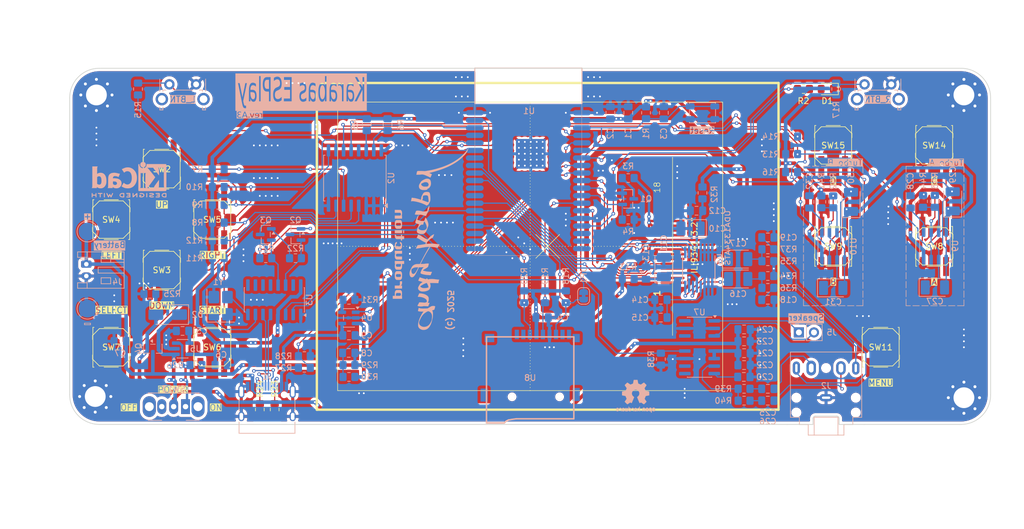
<source format=kicad_pcb>
(kicad_pcb (version 20241229) (generator "pcbnew") (generator_version "9.0")
  (title_block (title "Karabas Esplay") (date "2025-10-04") (rev "A3") (company "Andy Karpov production"))
  (layers (0 "F.Cu" signal) (2 "B.Cu" signal) (13 "F.Paste" user) (15 "B.Paste" user) (5 "F.SilkS" user "F.Silkscreen") (7 "B.SilkS" user "B.Silkscreen") (1 "F.Mask" user) (3 "B.Mask" user) (25 "Edge.Cuts" user))
  (net 0 "")
  (net 1 "GND")
  (net 2 "VCC3_3")
  (net 3 "RESET")
  (net 4 "Net-(U5-BP)")
  (net 5 "V_BATT")
  (net 6 "VBAT_S")
  (net 7 "V_USB")
  (net 8 "Net-(U6-VDDD)")
  (net 9 "Net-(U6-VDDA)")
  (net 11 "Net-(U6-Vref(DAC))")
  (net 12 "Net-(C16-Pad2)")
  (net 13 "Net-(U6-VOUTL)")
  (net 14 "Net-(U6-VOUTR)")
  (net 15 "Net-(C17-Pad2)")
  (net 16 "LDAC")
  (net 18 "RDAC")
  (net 20 "Net-(U7-VREF)")
  (net 21 "VIN")
  (net 22 "Net-(C25-Pad1)")
  (net 23 "Net-(D1-A)")
  (net 24 "D+")
  (net 25 "D-")
  (net 26 "Net-(J1-CC1)")
  (net 28 "Net-(J1-CC2)")
  (net 30 "SD_DAT0")
  (net 31 "IO0")
  (net 32 "LCD_BCKL")
  (net 33 "Net-(Q1-C)")
  (net 34 "Net-(Q2-B)")
  (net 35 "RTS")
  (net 37 "DTR")
  (net 38 "Net-(Q3-B)")
  (net 39 "Net-(U1-IO13)")
  (net 40 "Net-(J3-Pin_11)")
  (net 45 "I2C_SCL")
  (net 46 "I2C_SDA")
  (net 47 "UP")
  (net 49 "DOWN")
  (net 50 "LEFT")
  (net 51 "RIGHT")
  (net 52 "START")
  (net 53 "SELECT")
  (net 54 "A")
  (net 55 "B")
  (net 56 "L_BTN")
  (net 57 "MENU")
  (net 58 "R_BTN")
  (net 59 "SD_CLK")
  (net 60 "SD_CMD")
  (net 61 "Net-(SW13-A)")
  (net 62 "USB_DET")
  (net 63 "Net-(U4-PROG)")
  (net 64 "AUDIO_SHDN")
  (net 65 "Net-(U7-INL)")
  (net 67 "LCD_MOSI")
  (net 68 "TX")
  (net 69 "I2S_DIN")
  (net 70 "I2S_BCK")
  (net 71 "LCD_SCK")
  (net 72 "LCD_CS")
  (net 73 "LCD_DC")
  (net 74 "RX")
  (net 75 "CHRG_STAT")
  (net 77 "I2S_LCK")
  (net 78 "Net-(U3-XO)")
  (net 79 "Net-(U3-XI)")
  (net 81 "Net-(U7-LOUT-)")
  (net 82 "Net-(U7-LOUT+)")
  (net 87 "RAMP")
  (net 88 "LAMP")
  (net 89 "Net-(C26-Pad1)")
  (net 101 "Net-(U9-GND)")
  (net 102 "Net-(U9-THR)")
  (net 103 "Net-(U9-CV)")
  (net 104 "Net-(U10-GND)")
  (net 105 "Net-(U10-THR)")
  (net 106 "Net-(U10-CV)")
  (net 107 "Net-(U10-DIS)")
  (net 108 "Net-(U9-DIS)")
  (footprint "footprints:SW_Push_1TS009_combined1" (layer "F.Cu") (at 175.5 65)
    (property "Reference" "SW8" (hide yes))
    (property "Value" "A")
  )
  (footprint "MountingHole:MountingHole_3.5mm_Pad_Via" (layer "F.Cu") (at 34.3 90.3)
    (property "Reference" "H2" (hide yes))
    (property "Value" "MountingHole" (hide yes))
  )
  (footprint "footprints:SW_Push_1TS009_combined1" (layer "F.Cu") (at 54 82)
    (property "Reference" "SW6" (hide yes))
    (property "Value" "START")
  )
  (footprint "footprints:SW_Push_1TS009_combined1" (layer "F.Cu") (at 166.5 82)
    (property "Reference" "SW11" (hide yes))
    (property "Value" "MENU")
  )
  (footprint "footprints:SW_Push_1TS009_combined1" (layer "F.Cu") (at 158.5 48)
    (property "Reference" "SW15" (hide yes))
    (property "Value" "D")
  )
  (footprint "LED_SMD:LED_0805_2012Metric_Pad1.15x1.40mm_HandSolder" (layer "F.Cu") (at 157.5 38.5 180)
    (property "Reference" "D1")
    (property "Value" "BLUE")
  )
  (footprint "footprints:SW_Push_1TS009_combined1" (layer "F.Cu") (at 45.5 52)
    (property "Reference" "SW2" (hide yes))
    (property "Value" "UP")
  )
  (footprint "MountingHole:MountingHole_3.5mm_Pad_Via" (layer "F.Cu") (at 180.5 90.5)
    (property "Reference" "H4" (hide yes))
    (property "Value" "MountingHole" (hide yes))
  )
  (footprint "footprints:SW_Push_1TS009_combined1" (layer "F.Cu") (at 175.5 48)
    (property "Reference" "SW14" (hide yes))
    (property "Value" "C")
  )
  (footprint "MountingHole:MountingHole_3.5mm_Pad_Via" (layer "F.Cu") (at 180.5 39.5)
    (property "Reference" "H3" (hide yes))
    (property "Value" "MountingHole" (hide yes))
  )
  (footprint "footprints:SW_Push_1TS009_combined1" (layer "F.Cu") (at 37 82)
    (property "Reference" "SW7" (hide yes))
    (property "Value" "SELECT")
  )
  (footprint "footprints:SW_Push_1TS009_combined1" (layer "F.Cu") (at 45.5 69)
    (property "Reference" "SW3" (hide yes))
    (property "Value" "DOWN")
  )
  (footprint "Resistor_SMD:R_0805_2012Metric_Pad1.20x1.40mm_HandSolder" (layer "F.Cu") (at 64.5 92.5 90)
    (property "Reference" "R23")
    (property "Value" "5k1")
  )
  (footprint "MountingHole:MountingHole_3.5mm_Pad_Via" (layer "F.Cu") (at 34.5 39.5)
    (property "Reference" "H1" (hide yes))
    (property "Value" "MountingHole" (hide yes))
  )
  (footprint "footprints:SW_Push_1TS009_combined1" (layer "F.Cu") (at 37 60.5)
    (property "Reference" "SW4" (hide yes))
    (property "Value" "LEFT")
  )
  (footprint "Resistor_SMD:R_0805_2012Metric_Pad1.20x1.40mm_HandSolder" (layer "F.Cu") (at 62 92.5 90)
    (property "Reference" "R24")
    (property "Value" "5k1")
  )
  (footprint "footprints:SW_Push_1TS009_combined1" (layer "F.Cu") (at 54 60.5)
    (property "Reference" "SW5" (hide yes))
    (property "Value" "RIGHT")
  )
  (footprint "Resistor_SMD:R_0805_2012Metric_Pad1.20x1.40mm_HandSolder" (layer "F.Cu") (at 153.5 38.5 180)
    (property "Reference" "R2")
    (property "Value" "2k2")
  )
  (footprint "footprints:SW_Push_1TS009_combined1" (layer "F.Cu") (at 158.5 65)
    (property "Reference" "SW9" (hide yes))
    (property "Value" "B")
  )
  (footprint "footprints:TFT-ILI9341-3.2" (layer "F.Cu") (at 110.45 65 90)
    (property "Reference" "J3" (hide yes))
    (property "Value" "ILI9341 3.2\"")
  )
  (footprint "Resistor_SMD:R_0805_2012Metric_Pad1.20x1.40mm_HandSolder" (layer "B.Cu") (at 143.5 91 180)
    (property "Reference" "R40")
    (property "Value" "10k")
  )
  (footprint "Resistor_SMD:R_0805_2012Metric_Pad1.20x1.40mm_HandSolder" (layer "B.Cu") (at 55 58)
    (property "Reference" "R9")
    (property "Value" "10k")
  )
  (footprint "Resistor_SMD:R_0805_2012Metric_Pad1.20x1.40mm_HandSolder" (layer "B.Cu") (at 55 55)
    (property "Reference" "R10")
    (property "Value" "10k")
  )
  (footprint "Package_SO:SOIC-8_3.9x4.9mm_P1.27mm" (layer "B.Cu") (at 158.5 65 90)
    (property "Reference" "U10")
    (property "Value" "LMC555xM")
  )
  (footprint "Capacitor_SMD:C_0805_2012Metric_Pad1.18x1.45mm_HandSolder" (layer "B.Cu") (at 135.5 59 180)
    (property "Reference" "C12")
    (property "Value" "100n")
  )
  (footprint "footprints:SW_SPST_PTS810_handsoldering" (layer "B.Cu") (at 136.5 42.5)
    (property "Reference" "SW1" (hide yes))
    (property "Value" "Reset")
  )
  (footprint "Button_Switch_THT:SW_Slide_SPDT_Angled_CK_OS102011MA1Q" (layer "B.Cu") (at 49.5 92 180)
    (property "Reference" "SW13")
    (property "Value" "SW_SPDT")
  )
  (footprint "Resistor_SMD:R_0805_2012Metric_Pad1.20x1.40mm_HandSolder" (layer "B.Cu") (at 159 38.5 90)
    (property "Reference" "R17")
    (property "Value" "10k")
  )
  (footprint "Resistor_SMD:R_0805_2012Metric_Pad1.20x1.40mm_HandSolder" (layer "B.Cu") (at 77 74)
    (property "Reference" "R31")
    (property "Value" "2k*")
  )
  (footprint "Resistor_SMD:R_0805_2012Metric_Pad1.20x1.40mm_HandSolder" (layer "B.Cu") (at 173.615 57.42 -90)
    (property "Reference" "R44")
    (property "Value" "1k")
  )
  (footprint "Resistor_SMD:R_0805_2012Metric_Pad1.20x1.40mm_HandSolder" (layer "B.Cu") (at 151.5 46.5)
    (property "Reference" "R14")
    (property "Value" "10k")
  )
  (footprint "Capacitor_Tantalum_SMD:CP_EIA-3528-21_Kemet-B_HandSolder" (layer "B.Cu") (at 158.5 72)
    (property "Reference" "C31")
    (property "Value" "1u*")
  )
  (footprint "Resistor_SMD:R_0805_2012Metric_Pad1.20x1.40mm_HandSolder" (layer "B.Cu") (at 41.5 38.5 90)
    (property "Reference" "R15")
    (property "Value" "10k")
  )
  (footprint "Capacitor_SMD:C_0805_2012Metric_Pad1.18x1.45mm_HandSolder" (layer "B.Cu") (at 143.4625 87 180)
    (property "Reference" "C20")
    (property "Value" "10n")
  )
  (footprint "footprints:SSOP-16_4.4x5.2mm_P0.65mm-extended" (layer "B.Cu") (at 135.875 68.9 -90)
    (property "Reference" "U6")
    (property "Value" "UDA1334ATS")
  )
  (footprint "Resistor_SMD:R_0805_2012Metric_Pad1.20x1.40mm_HandSolder" (layer "B.Cu") (at 63 67 180)
    (property "Reference" "R21")
    (property "Value" "10k")
  )
  (footprint "Capacitor_SMD:C_0805_2012Metric_Pad1.18x1.45mm_HandSolder" (layer "B.Cu") (at 55.5 85)
    (property "Reference" "C6")
    (property "Value" "10u")
  )
  (footprint "Resistor_SMD:R_0805_2012Metric_Pad1.20x1.40mm_HandSolder" (layer "B.Cu") (at 43.5 73)
    (property "Reference" "R25")
    (property "Value" "10k")
  )
  (footprint "Capacitor_SMD:C_0805_2012Metric_Pad1.18x1.45mm_HandSolder" (layer "B.Cu") (at 143.5 81)
    (property "Reference" "C23")
    (property "Value" "1u")
  )
  (footprint "Capacitor_SMD:C_0805_2012Metric_Pad1.18x1.45mm_HandSolder" (layer "B.Cu") (at 143.5 85 180)
    (property "Reference" "C22")
    (property "Value" "1u")
  )
  (footprint "Capacitor_SMD:C_0805_2012Metric_Pad1.18x1.45mm_HandSolder" (layer "B.Cu") (at 129.5 73.99 180)
    (property "Reference" "C14")
    (property "Value" "100n")
  )
  (footprint "Package_TO_SOT_SMD:SOT-23" (layer "B.Cu") (at 63 63 180)
    (property "Reference" "Q3")
    (property "Value" "MMBT2222A")
  )
  (footprint "Capacitor_SMD:C_0805_2012Metric_Pad1.18x1.45mm_HandSolder" (layer "B.Cu") (at 171.5 57.5 -90)
    (property "Reference" "C28")
    (property "Value" "10n")
  )
  (footprint "Connector_PinHeader_2.54mm:PinHeader_1x02_P2.54mm_Vertical" (layer "B.Cu") (at 152.725 79.5 -90)
    (property "Reference" "J5")
    (property "Value" "Speaker")
  )
  (footprint "Resistor_SMD:R_0805_2012Metric_Pad1.20x1.40mm_HandSolder" (layer "B.Cu") (at 110 73.5 -90)
    (property "Reference" "R19")
    (property "Value" "10k")
  )
  (footprint "Resistor_SMD:R_0805_2012Metric_Pad1.20x1.40mm_HandSolder" (layer "B.Cu") (at 156.5 57.5 -90)
    (property "Reference" "R41")
    (property "Value" "1k")
  )
  (footprint "Resistor_SMD:R_0805_2012Metric_Pad1.20x1.40mm_HandSolder" (layer "B.Cu") (at 136.5 56 -90)
    (property "Reference" "R32")
    (property "Value" "1")
  )
  (footprint "Connector_USB:USB_C_Receptacle_HRO_TYPE-C-31-M-12" (layer "B.Cu") (at 63.21 92.6 180)
    (property "Reference" "J1")
    (property "Value" "USB_C_Receptacle_USB2.0_16P")
  )
  (footprint "Capacitor_SMD:C_0805_2012Metric_Pad1.18x1.45mm_HandSolder" (layer "B.Cu") (at 121 42.5 90)
    (property "Reference" "C2")
    (property "Value" "2u2")
  )
  (footprint "Connector_JST:JST_PH_S2B-PH-K_1x02_P2.00mm_Horizontal" (layer "B.Cu") (at 32.8 68 -90)
    (property "Reference" "J4")
    (property "Value" "Battery")
  )
  (footprint "Crystal:Crystal_SMD_3225-4Pin_3.2x2.5mm_HandSoldering" (layer "B.Cu") (at 55.405 75 90)
    (property "Reference" "Y1")
    (property "Value" "12MHz")
  )
  (footprint "Capacitor_Tantalum_SMD:CP_EIA-3528-21_Kemet-B_HandSolder" (layer "B.Cu") (at 175.615 71.92)
    (property "Reference" "C27")
    (property "Value" "1u*")
  )
  (footprint "Resistor_SMD:R_0805_2012Metric_Pad1.20x1.40mm_HandSolder" (layer "B.Cu") (at 175.615 57.42 90)
    (property "Reference" "R43")
    (property "Value" "47k*")
  )
  (footprint "Package_SO:SOIC-16_3.9x9.9mm_P1.27mm" (layer "B.Cu") (at 64.439019 74.006142 90)
    (property "Reference" "U3")
    (property "Value" "CH340G")
  )
  (footprint "Capacitor_SMD:C_0805_2012Metric_Pad1.18x1.45mm_HandSolder" (layer "B.Cu") (at 77 80 180)
    (property "Reference" "C9")
    (property "Value" "1u")
  )
  (footprint "Resistor_SMD:R_0805_2012Metric_Pad1.20x1.40mm_HandSolder" (layer "B.Cu") (at 151.5 52.5)
    (property "Reference" "R16")
    (property "Value" "10k")
  )
  (footprint "Resistor_SMD:R_0805_2012Metric_Pad1.20x1.40mm_HandSolder" (layer "B.Cu") (at 147.5 65.5)
    (property "Reference" "R37")
    (property "Value" "100")
  )
  (footprint "Package_TO_SOT_SMD:SOT-23" (layer "B.Cu") (at 124 57)
    (property "Reference" "Q1")
    (property "Value" "MMBT2222A")
  )
  (footprint "Resistor_SMD:R_0805_2012Metric_Pad1.20x1.40mm_HandSolder" (layer "B.Cu") (at 147.5 67.5)
    (property "Reference" "R35")
    (property "Value" "220k")
  )
  (footprint "Capacitor_SMD:C_0805_2012Metric_Pad1.18x1.45mm_HandSolder" (layer "B.Cu") (at 147.5 91)
    (property "Reference" "C26")
    (property "Value" "220n")
  )
  (footprint "Capacitor_Tantalum_SMD:CP_EIA-3528-21_Kemet-B_HandSolder" (layer "B.Cu") (at 161.5 57.5 90)
    (property "Reference" "C30")
    (property "Value" "47u")
  )
  (footprint "Symbol:OSHW-Logo2_7.3x6mm_SilkScreen" (layer "B.Cu") (at 125.25 90.25 180)
    (property "Reference" "REF**" (hide yes))
    (property "Value" "OSHW-Logo2_7.3x6mm_SilkScreen" (hide yes))
  )
  (footprint "TestPoint:TestPoint_Pad_D3.0mm" (layer "B.Cu") (at 33 75.5)
    (property "Reference" "BAT-1" (hide yes))
    (property "Value" "-")
  )
  (footprint "footprints:GCT-MEM2055-00-190-01-A" (layer "B.Cu") (at 107.5 79.05)
    (property "Reference" "U8")
    (property "Value" "MicroSD")
  )
  (footprint "Capacitor_SMD:C_0805_2012Metric_Pad1.18x1.45mm_HandSolder" (layer "B.Cu") (at 76.9625 82.95)
    (property "Reference" "C8")
    (property "Value" "100n")
  )
  (footprint "Capacitor_SMD:C_0805_2012Metric_Pad1.18x1.45mm_HandSolder" (layer "B.Cu") (at 130 42.5 90)
    (property "Reference" "C3")
    (property "Value" "100n")
  )
  (footprint "Capacitor_Tantalum_SMD:CP_EIA-3528-21_Kemet-B_HandSolder" (layer "B.Cu") (at 142.5 70.5)
    (property "Reference" "C16")
    (property "Value" "47u")
  )
  (footprint "Resistor_SMD:R_0805_2012Metric_Pad1.20x1.40mm_HandSolder" (layer "B.Cu") (at 147.5 70)
    (property "Reference" "R34")
    (property "Value" "220k")
  )
  (footprint "Button_Switch_THT:SW_Tactile_SPST_Angled_PTS645Vx58-2LFS" (layer "B.Cu") (at 51.275 37.7125 180)
    (property "Reference" "SW10" (hide yes))
    (property "Value" "L_BTN")
  )
  (footprint "Capacitor_SMD:C_0805_2012Metric_Pad1.18x1.45mm_HandSolder" (layer "B.Cu") (at 154.5 57.5 -90)
    (property "Reference" "C32")
    (property "Value" "10n")
  )
  (footprint "Capacitor_SMD:C_0805_2012Metric_Pad1.18x1.45mm_HandSolder" (layer "B.Cu") (at 129.5 77 180)
    (property "Reference" "C15")
    (property "Value" "10u")
  )
  (footprint "Package_TO_SOT_SMD:SOT-23" (layer "B.Cu") (at 44 82.25 -90)
    (property "Reference" "Q4")
    (property "Value" "IRLML6402")
  )
  (footprint "Resistor_SMD:R_0805_2012Metric_Pad1.20x1.40mm_HandSolder" (layer "B.Cu") (at 55 64)
    (property "Reference" "R12")
    (property "Value" "10k")
  )
  (footprint "Package_SO:SOIC-16_3.9x9.9mm_P1.27mm" (layer "B.Cu") (at 136 82 180)
    (property "Reference" "U7")
    (property "Value" "PAM8403D")
  )
  (footprint "Capacitor_Tantalum_SMD:CP_EIA-3528-21_Kemet-B_HandSolder" (layer "B.Cu") (at 178.615 57.42 90)
    (property "Reference" "C29")
    (property "Value" "47u")
  )
  (footprint "Resistor_SMD:R_0805_2012Metric_Pad1.20x1.40mm_HandSolder" (layer "B.Cu") (at 124 60.5)
    (property "Reference" "R4")
    (property "Value" "100k")
  )
  (footprint "Symbol:KiCad-Logo2_5mm_SilkScreen" (layer "B.Cu") (at 40 53.75 180)
    (property "Reference" "REF**" (hide yes))
    (property "Value" "KiCad-Logo2_5mm_SilkScreen" (hide yes))
  )
  (footprint "Jumper:SolderJumper-2_P1.3mm_Bridged_RoundedPad1.0x1.5mm" (layer "B.Cu") (at 116.5 73.35 -90)
    (property "Reference" "JP1")
    (property "Value" "Bootstrap")
  )
  (footprint "Package_TO_SOT_SMD:SOT-23" (layer "B.Cu") (at 68 63 180)
    (property "Reference" "Q2")
    (property "Value" "MMBT2222A")
  )
  (footprint "TestPoint:TestPoint_Pad_D3.0mm" (layer "B.Cu") (at 33 62.5)
    (property "Reference" "BAT+1" (hide yes))
    (property "Value" "+")
  )
  (footprint "Resistor_SMD:R_0805_2012Metric_Pad1.20x1.40mm_HandSolder" (layer "B.Cu") (at 147.5 72)
    (property "Reference" "R36")
    (property "Value" "100")
  )
  (footprint "Resistor_SMD:R_0805_2012Metric_Pad1.20x1.40mm_HandSolder" (layer "B.Cu") (at 106.5 73.5 -90)
    (property "Reference" "R20")
    (property "Value" "10k")
  )
  (footprint "footprints:andy_karpov_logo4_silk" (layer "B.Cu") (at 90.75 63.75 90)
    (property "Reference" "G***" (hide yes))
    (property "Value" "LOGO" (hide yes))
  )
  (footprint "Resistor_SMD:R_0805_2012Metric_Pad1.20x1.40mm_HandSolder" (layer "B.Cu") (at 77 85)
    (property "Reference" "R30")
    (property "Value" "470k")
  )
  (footprint "Capacitor_Tantalum_SMD:CP_EIA-3528-21_Kemet-B_HandSolder" (layer "B.Cu") (at 142.5 67.15)
    (property "Reference" "C17")
    (property "Value" "47u")
  )
  (footprint "Capacitor_SMD:C_0805_2012Metric_Pad1.18x1.45mm_HandSolder" (layer "B.Cu") (at 147.5 63.5)
    (property "Reference" "C19")
    (property "Value" "10n")
  )
  (footprint "Capacitor_SMD:C_0805_2012Metric_Pad1.18x1.45mm_HandSolder" (layer "B.Cu") (at 109.5 77)
    (property "Reference" "C4")
    (property "Value" "10u")
  )
  (footprint "Capacitor_SMD:C_0805_2012Metric_Pad1.18x1.45mm_HandSolder" (layer "B.Cu") (at 143.5 79)
    (property "Reference" "C24")
    (property "Value" "10u")
  )
  (footprint "Resistor_SMD:R_0805_2012Metric_Pad1.20x1.40mm_HandSolder" (layer "B.Cu") (at 83.5 44.5 -90)
    (property "Reference" "R6")
    (property "Value" "4k7")
  )
  (footprint "Resistor_SMD:R_0805_2012Metric_Pad1.20x1.40mm_HandSolder" (layer "B.Cu") (at 124 70.5)
    (property "Reference" "R33")
    (property "Value" "1")
  )
  (footprint "Capacitor_SMD:C_0805_2012Metric_Pad1.18x1.45mm_HandSolder" (layer "B.Cu") (at 49 79.25 180)
    (property "Reference" "C5")
    (property "Value" "470")
  )
  (footprint "Capacitor_SMD:C_0805_2012Metric_Pad1.18x1.45mm_HandSolder" (layer "B.Cu") (at 124.01 42.5 90)
    (property "Reference" "C1")
    (property "Value" "100n")
  )
  (footprint "Resistor_SMD:R_0805_2012Metric_Pad1.20x1.40mm_HandSolder" (layer "B.Cu") (at 113.5 73.5 -90)
    (property "Reference" "R18")
    (property "Value" "10k")
  )
  (footprint "Package_TO_SOT_SMD:TSOT-23-5" (layer "B.Cu") (at 77 77.05 180)
    (property "Reference" "U4")
    (property "Value" "LTC4054ES5-4.2")
  )
  (footprint "Resistor_SMD:R_0805_2012Metric_Pad1.20x1.40mm_HandSolder" (layer "B.Cu") (at 80 44.5 -90)
    (property "Reference" "R5")
    (property "Value" "4k7")
  )
  (footprint "Package_TO_SOT_SMD:SOT-23-5" (layer "B.Cu") (at 49 82.25)
    (property "Reference" "U5")
    (property "Value" "MIC5219-3.3YM5")
  )
  (footprint "Capacitor_SMD:C_0805_2012Metric_Pad1.18x1.45mm_HandSolder" (layer "B.Cu") (at 143.5 83 180)
    (property "Reference" "C21")
    (property "Value" "10u")
  )
  (footprint "Resistor_SMD:R_0805_2012Metric_Pad1.20x1.40mm_HandSolder" (layer "B.Cu") (at 55 61)
    (property "Reference" "R8")
    (property "Value" "10k")
  )
  (footprint "Resistor_SMD:R_0805_2012Metric_Pad1.20x1.40mm_HandSolder" (layer "B.Cu") (at 127 42.5 -90)
    (property "Reference" "R1")
    (property "Value" "10k")
  )
  (footprint "Resistor_SMD:R_0805_2012Metric_Pad1.20x1.40mm_HandSolder" (layer "B.Cu") (at 51.25 85)
    (property "Reference" "R26")
    (property "Value" "100k")
  )
  (footprint "Package_SO:SOIC-8_3.9x4.9mm_P1.27mm" (layer "B.Cu") (at 175.615 64.92 90)
    (property "Reference" "U9")
    (property "Value" "LMC555xM")
  )
  (footprint "Resistor_SMD:R_0805_2012Metric_Pad1.20x1.40mm_HandSolder" (layer "B.Cu") (at 151.5 49.45)
    (property "Reference" "R13")
    (property "Value" "10k")
  )
  (footprint "Connector_Audio:Jack_3.5mm_CUI_SJ1-3525N_Horizontal" (layer "B.Cu") (at 157.3 90.5 180)
    (property "Reference" "J2")
    (property "Value" "Audio Jack")
    (fp_line (start 2.2 -3.5) (end 2.2 -4.5) (stroke (width 0.12)) (layer "Edge.Cuts"))
    (fp_line (start 2.2 -4.5) (end 6.5 -4.5) (stroke (width 0.12)) (layer "Edge.Cuts"))
    (fp_line (start 1.8 -3.1) (end -1.8 -3.1) (stroke (width 0.12)) (layer "Edge.Cuts"))
    (fp_line (start -2.2 -3.5) (end -2.2 -4.5) (stroke (width 0.12)) (layer "Edge.Cuts"))
    (fp_line (start -2.2 -4.5) (end -6.5 -4.5) (stroke (width 0.12)) (layer "Edge.Cuts"))
    (fp_arc (start 2.2 -3.5) (mid 2.082843 -3.217157) (end 1.8 -3.1) (stroke (width 0.12)) (layer "Edge.Cuts"))
    (fp_arc (start -1.8 -3.1) (mid -2.082842 -3.217158) (end -2.2 -3.5) (stroke (width 0.12)) (layer "Edge.Cuts"))
  )
  (footprint "Resistor_SMD:R_0805_2012Metric_Pad1.20x1.40mm_HandSolder" (layer "B.Cu") (at 68 67 180)
    (property "Reference" "R22")
    (property "Value" "10k")
  )
  (footprint "Capacitor_Tantalum_SMD:CP_EIA-3528-21_Kemet-B_HandSolder" (layer "B.Cu") (at 134.5 62 180)
    (property "Reference" "C10")
    (property "Value" "47u")
  )
  (footprint "esp32-wrover:ESP32-WROVER" (layer "B.Cu") (at 107.2 41.58 180)
    (property "Reference" "U1")
    (property "Value" "ESP32-WROVER-I" (hide yes))
  )
  (footprint "Resistor_SMD:R_0805_2012Metric_Pad1.20x1.40mm_HandSolder" (layer "B.Cu") (at 55 66.95)
    (property "Reference" "R11")
    (property "Value" "10k")
  )
  (footprint "Resistor_SMD:R_0805_2012Metric_Pad1.20x1.40mm_HandSolder" (layer "B.Cu") (at 129.5 84 -90)
    (property "Reference" "R38")
    (property "Value" "100k")
  )
  (footprint "Resistor_SMD:R_0805_2012Metric_Pad1.20x1.40mm_HandSolder" (layer "B.Cu") (at 69.5 85.45)
    (property "Reference" "R27")
    (property "Value" "47k")
  )
  (footprint "Capacitor_SMD:C_0805_2012Metric_Pad1.18x1.45mm_HandSolder" (layer "B.Cu") (at 147.5 74)
    (property "Reference" "C18")
    (property "Value" "10n")
  )
  (footprint "Resistor_SMD:R_0805_2012Metric_Pad1.20x1.40mm_HandSolder" (layer "B.Cu") (at 77 87 180)
    (property "Reference" "R29")
    (property "Value" "470k")
  )
  (footprint "Capacitor_Tantalum_SMD:CP_EIA-3528-21_Kemet-B_HandSolder" (layer "B.Cu") (at 130 68.5 90)
    (property "Reference" "C11")
    (property "Value" "47u")
  )
  (footprint "Capacitor_SMD:C_0805_2012Metric_Pad1.18x1.45mm_HandSolder" (layer "B.Cu") (at 147.5 89)
    (property "Reference" "C25")
    (property "Value" "220n")
  )
  (footprint "Package_SO:SOIC-16W_7.5x10.3mm_P1.27mm" (layer "B.Cu") (at 78 53.5 90)
    (property "Reference" "U2")
    (property "Value" "PCF8574T")
  )
  (footprint "Button_Switch_THT:SW_Tactile_SPST_Angled_PTS645Vx58-2LFS" (layer "B.Cu") (at 168.275 37.7125 180)
    (property "Reference" "SW12" (hide yes))
    (property "Value" "R_BTN")
  )
  (footprint "Capacitor_SMD:C_0805_2012Metric_Pad1.18x1.45mm_HandSolder" (layer "B.Cu") (at 38.5 81 180)
    (property "Reference" "C7")
    (property "Value" "100n")
  )
  (footprint "Diode_SMD:D_SMA" (layer "B.Cu") (at 46.5 76.5 180)
    (property "Reference" "D2")
    (property "Value" "SS34")
  )
  (footprint "Resistor_SMD:R_0805_2012Metric_Pad1.20x1.40mm_HandSolder" (layer "B.Cu") (at 158.5 57.5 90)
    (property "Reference" "R42")
    (property "Value" "47k*")
  )
  (footprint "Resistor_SMD:R_0805_2012Metric_Pad1.20x1.40mm_HandSolder" (layer "B.Cu") (at 124 53.5)
    (property "Reference" "R3")
    (property "Value" "10")
  )
  (footprint "Resistor_SMD:R_0805_2012Metric_Pad1.20x1.40mm_HandSolder" (layer "B.Cu") (at 69.5 83.5)
    (property "Reference" "R28")
    (property "Value" "47k")
  )
  (footprint "Resistor_SMD:R_0805_2012Metric_Pad1.20x1.40mm_HandSolder" (layer "B.Cu") (at 143.5 89 180)
    (property "Reference" "R39")
    (property "Value" "10k")
  )
  (footprint "Capacitor_SMD:C_0805_2012Metric_Pad1.18x1.45mm_HandSolder" (layer "B.Cu") (at 127 69.5 -90)
    (property "Reference" "C13")
    (property "Value" "100n")
  )
  (footprint "Resistor_SMD:R_0805_2012Metric_Pad1.20x1.40mm_HandSolder" (layer "B.Cu") (at 55 52)
    (property "Reference" "R7")
    (property "Value" "10k")
  )
  (gr_rect (start 170.765 51.5) (end 180.5 75) (stroke (width 0.1) (type dash)) (fill no) (layer "B.SilkS"))
  (gr_rect (start 153.5 51.5) (end 163.5 75) (stroke (width 0.1) (type dash)) (fill no) (layer "B.SilkS"))
  (gr_line (start 163.8 95) (end 180 95) (stroke (width 0.12)) (layer "Edge.Cuts"))
  (gr_line (start 35 35) (end 180 35) (stroke (width 0.12)) (layer "Edge.Cuts"))
  (gr_arc (start 185 90) (mid 183.535534 93.535534) (end 180 95) (stroke (width 0.12)) (layer "Edge.Cuts"))
  (gr_arc (start 180 35) (mid 183.535534 36.464466) (end 185 40) (stroke (width 0.12)) (layer "Edge.Cuts"))
  (gr_line (start 185 40) (end 185 90) (stroke (width 0.12)) (layer "Edge.Cuts"))
  (gr_arc (start 30 40) (mid 31.464466 36.464466) (end 35 35) (stroke (width 0.12)) (layer "Edge.Cuts"))
  (gr_arc (start 35 95) (mid 31.464466 93.535534) (end 30 90) (stroke (width 0.12)) (layer "Edge.Cuts"))
  (gr_line (start 150.8 95) (end 35 95) (stroke (width 0.12)) (layer "Edge.Cuts"))
  (gr_line (start 30 90) (end 30 40) (stroke (width 0.12)) (layer "Edge.Cuts"))
  (gr_text "ON" (at 53.5 92.75 0) (layer "F.SilkS" knockout) (effects (font (size 1 1) (thickness 0.1)) (justify left bottom)))
  (gr_text "POWER" (at 44.75 89.75 0) (layer "F.SilkS" knockout) (effects (font (size 1 1) (thickness 0.1)) (justify left bottom)))
  (gr_text "OFF" (at 38.5 92.75 0) (layer "F.SilkS" knockout) (effects (font (size 1 1) (thickness 0.1)) (justify left bottom)))
  (gr_text "Turbo B" (at 163.5 51.5 0) (layer "B.SilkS" knockout) (effects (font (size 1 1) (thickness 0.1)) (justify left bottom mirror)))
  (gr_text "(с) 2025" (at 93.5 79.25 270) (layer "B.SilkS") (effects (font (size 1 1) (thickness 0.2) (bold yes)) (justify left bottom mirror)))
  (gr_text "Turbo A" (at 180.5 51.5 0) (layer "B.SilkS" knockout) (effects (font (size 1 1) (thickness 0.1)) (justify left bottom mirror)))
  (gr_text "Karabas ESPlay" (at 58.25 41.25 0) (layer "B.SilkS" knockout) (effects (font (size 4 2) (thickness 0.1)) (justify right bottom mirror)))
  (gr_text "rev.${REVISION}" (at 58.1 43.5 0) (layer "B.SilkS" knockout) (effects (font (size 1 1) (thickness 0.1)) (justify right bottom mirror)))
  (segment (start 131.46 65.53) (end 128.5 65.53) (width 0.4) (layer "F.Cu") (net 1))
  (segment (start 156.5 61.6) (end 156.5 64) (width 0.2) (layer "F.Cu") (net 1))
  (segment (start 52.25 85.15) (end 52 85.4) (width 0.2) (layer "F.Cu") (net 1))
  (segment (start 156.5 64) (end 155.5 65) (width 0.2) (layer "F.Cu") (net 1))
  (segment (start 52.25 85) (end 52.25 85.15) (width 0.2) (layer "F.Cu") (net 1))
  (segment (start 173.5 61.6) (end 173.5 64) (width 0.2) (layer "F.Cu") (net 1))
  (segment (start 134.28 65.53) (end 134.75 66) (width 0.4) (layer "F.Cu") (net 1))
  (segment (start 173.5 64) (end 172.5 65) (width 0.2) (layer "F.Cu") (net 1))
  (segment (start 131.46 65.53) (end 134.28 65.53) (width 0.4) (layer "F.Cu") (net 1))
  (segment (start 148.5 68.75) (end 149.5 68.75) (width 0.2) (layer "F.Cu") (net 1))
  (via (at 132.25 51.5) (size 0.6) (drill 0.3) (layers "F.Cu" "B.Cu") (net 1))
  (via (at 118.25 36.5) (size 0.6) (drill 0.3) (layers "F.Cu" "B.Cu") (net 1))
  (via (at 64 56.5) (size 0.6) (drill 0.3) (layers "F.Cu" "B.Cu") (net 1))
  (via (at 180.5 81) (size 0.6) (drill 0.3) (layers "F.Cu" "B.Cu") (net 1))
  (via (at 96.25 82.5) (size 0.6) (drill 0.3) (layers "F.Cu" "B.Cu") (net 1))
  (via (at 148.5 58.75) (size 0.6) (drill 0.3) (layers "F.Cu" "B.Cu") (net 1))
  (via (at 146.25 83) (size 0.6) (drill 0.3) (layers "F.Cu" "B.Cu") (net 1))
  (via (at 62.5 74) (size 0.6) (drill 0.3) (layers "F.Cu" "B.Cu") (net 1))
  (via (at 146.5 48) (size 0.6) (drill 0.3) (layers "F.Cu" "B.Cu") (net 1))
  (via (at 68.5 37.5) (size 0.6) (drill 0.3) (layers "F.Cu" "B.Cu") (net 1))
  (via (at 85 48) (size 0.6) (drill 0.3) (layers "F.Cu" "B.Cu") (net 1))
  (via (at 133.5 89.75) (size 0.6) (drill 0.3) (layers "F.Cu" "B.Cu") (net 1))
  (via (at 41.75 71.25) (size 0.6) (drill 0.3) (layers "F.Cu" "B.Cu") (net 1))
  (via (at 92.5 61) (size 0.6) (drill 0.3) (layers "F.Cu" "B.Cu") (net 1))
  (via (at 62 56.5) (size 0.6) (drill 0.3) (layers "F.Cu" "B.Cu") (net 1))
  (via (at 135.75 68) (size 0.6) (drill 0.3) (layers "F.Cu" "B.Cu") (net 1))
  (via (at 162.5 76.75) (size 0.6) (drill 0.3) (layers "F.Cu" "B.Cu") (net 1))
  (via (at 132.25 52.5) (size 0.6) (drill 0.3) (layers "F.Cu" "B.Cu") (net 1))
  (via (at 34.5 46) (size 0.6) (drill 0.3) (layers "F.Cu" "B.Cu") (net 1))
  (via (at 37.5 76.25) (size 0.6) (drill 0.3) (layers "F.Cu" "B.Cu") (net 1))
  (via (at 142.5 63.75) (size 0.6) (drill 0.3) (layers "F.Cu" "B.Cu") (net 1))
  (via (at 136 84) (size 0.6) (drill 0.3) (layers "F.Cu" "B.Cu") (net 1))
  (via (at 96.25 81.5) (size 0.6) (drill 0.3) (layers "F.Cu" "B.Cu") (net 1))
  (via (at 75.75 64.5) (size 0.6) (drill 0.3) (layers "F.Cu" "B.Cu") (net 1))
  (via (at 125 62.75) (size 0.6) (drill 0.3) (layers "F.Cu" "B.Cu") (net 1))
  (via (at 87.25 66.25) (size 0.6) (drill 0.3) (layers "F.Cu" "B.Cu") (net 1))
  (via (at 146.25 85) (size 0.6) (drill 0.3) (layers "F.Cu" "B.Cu") (net 1))
  (via (at 42.5 71.25) (size 0.6) (drill 0.3) (layers "F.Cu" "B.Cu") (net 1))
  (via (at 64 53.5) (size 0.6) (drill 0.3) (layers "F.Cu" "B.Cu") (net 1))
  (via (at 37.5 75.25) (size 0.6) (drill 0.3) (layers "F.Cu" "B.Cu") (net 1))
  (via (at 97 36.5) (size 0.6) (drill 0.3) (layers "F.Cu" "B.Cu") (net 1))
  (via (at 96 36.5) (size 0.6) (drill 0.3) (layers "F.Cu" "B.Cu") (net 1))
  (via (at 136.5 68) (size 0.6) (drill 0.3) (layers "F.Cu" "B.Cu") (net 1))
  (via (at 164.5 76.75) (size 0.6) (drill 0.3) (layers "F.Cu" "B.Cu") (net 1))
  (via (at 72.75 64.5) (size 0.6) (drill 0.3) (layers "F.Cu" "B.Cu") (net 1))
  (via (at 141.5 74.75) (size 0.6) (drill 0.3) (layers "F.Cu" "B.Cu") (net 1))
  (via (at 97 39.75) (size 0.6) (drill 0.3) (layers "F.Cu" "B.Cu") (net 1))
  (via (at 34.5 48) (size 0.6) (drill 0.3) (layers "F.Cu" "B.Cu") (net 1))
  (via (at 46.25 80.75) (size 0.6) (drill 0.3) (layers "F.Cu" "B.Cu") (net 1))
  (via (at 87 48) (size 0.6) (drill 0.3) (layers "F.Cu" "B.Cu") (net 1))
  (via (at 167.75 60.25) (size 0.6) (drill 0.3) (layers "F.Cu" "B.Cu") (net 1))
  (via (at 52.25 85) (size 0.6) (drill 0.3) (layers "F.Cu" "B.Cu") (net 1))
  (via (at 133.5 90.5) (size 0.6) (drill 0.3) (layers "F.Cu" "B.Cu") (net 1))
  (via (at 113.5 59.5) (size 0.6) (drill 0.3) (layers "F.Cu" "B.Cu") (net 1))
  (via (at 146.5 49) (size 0.6) (drill 0.3) (layers "F.Cu" "B.Cu") (net 1))
  (via (at 142.25 74.75) (size 0.6) (drill 0.3) (layers "F.Cu" "B.Cu") (net 1))
  (via (at 79.5 89.75) (size 0.6) (drill 0.3) (layers "F.Cu" "B.Cu") (net 1))
  (via (at 46.25 80) (size 0.6) (drill 0.3) (layers "F.Cu" "B.Cu") (net 1))
  (via (at 69.5 37.5) (size 0.6) (drill 0.3) (layers "F.Cu" "B.Cu") (net 1))
  (via (at 118.75 42.5) (size 0.6) (drill 0.3) (layers "F.Cu" "B.Cu") (net 1))
  (via (at 180.5 82) (size 0.6) (drill 0.3) (layers "F.Cu" "B.Cu") (net 1))
  (via (at 104.5 67) (size 0.6) (drill 0.3) (layers "F.Cu" "B.Cu") (net 1))
  (via (at 119.75 52.25) (size 0.6) (drill 0.3) (layers "F.Cu" "B.Cu") (net 1))
  (via (at 131.5 84) (size 0.6) (drill 0.3) (layers "F.Cu" "B.Cu") (net 1))
  (via (at 87.25 65.25) (size 0.6) (drill 0.3) (layers "F.Cu" "B.Cu") (net 1))
  (via (at 167.75 59.25) (size 0.6) (drill 0.3) (layers "F.Cu" "B.Cu") (net 1))
  (via (at 91.5 61) (size 0.6) (drill 0.3) (layers "F.Cu" "B.Cu") (net 1))
  (via (at 118.25 39.75) (size 0.6) (drill 0.3) (layers "F.Cu" "B.Cu") (net 1))
  (via (at 140.75 74.75) (size 0.6) (drill 0.3) (layers "F.Cu" "B.Cu") (net 1))
  (via (at 132.25 53.5) (size 0.6) (drill 0.3) (layers "F.Cu" "B.Cu") (net 1))
  (via (at 60.5 74) (size 0.6) (drill 0.3) (layers "F.Cu" "B.Cu") (net 1))
  (via (at 113.5 60.5) (size 0.6) (drill 0.3) (layers "F.Cu" "B.Cu") (net 1))
  (via (at 59.25 67.5) (size 0.6) (drill 0.3) (layers "F.Cu" "B.Cu") (net 1))
  (via (at 105.5 63.5) (size 0.6) (drill 0.3) (layers "F.Cu" "B.Cu") (net 1))
  (via (at 148.5 59.75) (size 0.6) (drill 0.3) (layers "F.Cu" "B.Cu") (net 1))
  (via (at 65 53.5) (size 0.6) (drill 0.3) (layers "F.Cu" "B.Cu") (net 1))
  (via (at 63 53.5) (size 0.6) (drill 0.3) (layers "F.Cu" "B.Cu") (net 1))
  (via (at 95 39.75) (size 0.6) (drill 0.3) (layers "F.Cu" "B.Cu") (net 1))
  (via (at 106.5 64.5) (size 0.6) (drill 0.3) (layers "F.Cu" "B.Cu") (net 1))
  (via (at 63 48) (size 0.6) (drill 0.3) (layers "F.Cu" "B.Cu") (net 1))
  (via (at 62 48) (size 0.6) (drill 0.3) (layers "F.Cu" "B.Cu") (net 1))
  (via (at 144 63.75) (size 0.6) (drill 0.3) (layers "F.Cu" "B.Cu") (net 1))
  (via (at 148.5 68.75) (size 0.6) (drill 0.3) (layers "F.Cu" "B.Cu") (net 1))
  (via (at 163.5 76.75) (size 0.6) (drill 0.3) (layers "F.Cu" "B.Cu") (net 1))
  (via (at 113.5 61.5) (size 0.6) (drill 0.3) (layers "F.Cu" "B.Cu") (net 1))
  (via (at 65 48) (size 0.6) (drill 0.3) (layers "F.Cu" "B.Cu") (net 1))
  (via (at 96 39.75) (size 0.6) (drill 0.3) (layers "F.Cu" "B.Cu") (net 1))
  (via (at 94.25 53) (size 0.6) (drill 0.3) (layers "F.Cu" "B.Cu") (net 1))
  (via (at 58.5 78) (size 0.6) (drill 0.3) (layers "F.Cu" "B.Cu") (net 1))
  (via (at 103.5 66) (size 0.6) (drill 0.3) (layers "F.Cu" "B.Cu") (net 1))
  (via (at 143.25 63.75) (size 0.6) (drill 0.3) (layers "F.Cu" "B.Cu") (net 1))
  (via (at 75 64.5) (size 0.6) (drill 0.3) (layers "F.Cu" "B.Cu") (net 1))
  (via (at 74.25 64.5) (size 0.6) (drill 0.3) (layers "F.Cu" "B.Cu") (net 1))
  (via (at 86 48) (size 0.6) (drill 0.3) (layers "F.Cu" "B.Cu") (net 1))
  (via (at 148.5 57.75) (size 0.6) (drill 0.3) (layers "F.Cu" "B.Cu") (net 1))
  (via (at 95.5 42.5) (size 0.6) (drill 0.3) (layers "F.Cu" "B.Cu") (net 1))
  (via (at 34.5 47) (size 0.6) (drill 0.3) (layers "F.Cu" "B.Cu") (net 1))
  (via (at 125.75 58.5) (size 0.6) (drill 0.3) (layers "F.Cu" "B.Cu") (net 1))
  (via (at 37.5 73.25) (size 0.6) (drill 0.3) (layers "F.Cu" "B.Cu") (net 1))
  (via (at 148.5 60.75) (size 0.6) (drill 0.3) (layers "F.Cu" "B.Cu") (net 1))
  (via (at 46.25 81.5) (size 0.6) (drill 0.3) (layers "F.Cu" "B.Cu") (net 1))
  (via (at 61 48) (size 0.6) (drill 0.3) (layers "F.Cu" "B.Cu") (net 1))
  (via (at 59.25 65.5) (size 0.6) (drill 0.3) (layers "F.Cu" "B.Cu") (net 1))
  (via (at 167.801041 58.301041) (size 0.6) (drill 0.3) (layers "F.Cu" "B.Cu") (net 1))
  (via (at 118.75 60.25) (size 0.6) (drill 0.3) (layers "F.Cu" "B.Cu") (net 1))
  (via (at 95 36.5) (size 0.6) (drill 0.3) (layers "F.Cu" "B.Cu") (net 1))
  (via (at 96.25 80.5) (size 0.6) (drill 0.3) (layers "F.Cu" "B.Cu") (net 1))
  (via (at 125 58.5) (size 0.6) (drill 0.3) (layers "F.Cu" "B.Cu") (net 1))
  (via (at 43.25 71.25) (size 0.6) (drill 0.3) (layers "F.Cu" "B.Cu") (net 1))
  (via (at 67.5 37.5) (size 0.6) (drill 0.3) (layers "F.Cu" "B.Cu") (net 1))
  (via (at 92.15 53) (size 0.6) (drill 0.3) (layers "F.Cu" "B.Cu") (net 1))
  (via (at 73.5 64.5) (size 0.6) (drill 0.3) (layers "F.Cu" "B.Cu") (net 1))
  (via (at 119 52.25) (size 0.6) (drill 0.3) (layers "F.Cu" "B.Cu") (net 1))
  (via (at 63 56.5) (size 0.6) (drill 0.3) (layers "F.Cu" "B.Cu") (net 1))
  (via (at 146.25 81) (size 0.6) (drill 0.3) (layers "F.Cu" "B.Cu") (net 1))
  (via (at 61.5 74) (size 0.6) (drill 0.3) (layers "F.Cu" "B.Cu") (net 1))
  (via (at 150.25 70) (size 0.6) (drill 0.3) (layers "F.Cu" "B.Cu") (net 1))
  (via (at 180.5 79) (size 0.6) (drill 0.3) (layers "F.Cu" "B.Cu") (net 1))
  (via (at 100.75 42.5) (size 0.6) (drill 0.3) (layers "F.Cu" "B.Cu") (net 1))
  (via (at 146.5 47) (size 0.6) (drill 0.3) (layers "F.Cu" "B.Cu") (net 1))
  (via (at 146.25 79) (size 0.6) (drill 0.3) (layers "F.Cu" "B.Cu") (net 1))
  (via (at 146.25 87) (size 0.6) (drill 0.3) (layers "F.Cu" "B.Cu") (net 1))
  (via (at 94.5 61) (size 0.6) (drill 0.3) (layers "F.Cu" "B.Cu") (net 1))
  (via (at 113.5 42.5) (size 0.6) (drill 0.3) (layers "F.Cu" "B.Cu") (net 1))
  (via (at 78.700003 89.75) (size 0.6) (drill 0.3) (layers "F.Cu" "B.Cu") (net 1))
  (via (at 87.25 67.25) (size 0.6) (drill 0.3) (layers "F.Cu" "B.Cu") (net 1))
  (via (at 121.25 50.5) (size 0.6) (drill 0.3) (layers "F.Cu" "B.Cu") (net 1))
  (via (at 59.25 66.5) (size 0.6) (drill 0.3) (layers "F.Cu" "B.Cu") (net 1))
  (via (at 66.5 37.5) (size 0.6) (drill 0.3) (layers "F.Cu" "B.Cu") (net 1))
  (via (at 107.5 65.5) (size 0.6) (drill 0.3) (layers "F.Cu" "B.Cu") (net 1))
  (via (at 133.5 89) (size 0.6) (drill 0.3) (layers "F.Cu" "B.Cu") (net 1))
  (via (at 110.75 82) (size 0.6) (drill 0.3) (layers "F.Cu" "B.Cu") (net 1))
  (via (at 110 82) (size 0.6) (drill 0.3) (layers "F.Cu" "B.Cu") (net 1))
  (via (at 93.15 53) (size 0.6) (drill 0.3) (layers "F.Cu" "B.Cu") (net 1))
  (via (at 96.236355 83.496485) (size 0.6) (drill 0.3) (layers "F.Cu" "B.Cu") (net 1))
  (via (at 119.25 39.75) (size 0.6) (drill 0.3) (layers "F.Cu" "B.Cu") (net 1))
  (via (at 151 70) (size 0.6) (drill 0.3) (layers "F.Cu" "B.Cu") (net 1))
  (via (at 117.25 39.75) (size 0.6) (drill 0.3) (layers "F.Cu" "B.Cu") (net 1))
  (via (at 167.75 61.25) (size 0.6) (drill 0.3) (layers "F.Cu" "B.Cu") (net 1))
  (via (at 180.5 80) (size 0.6) (drill 0.3) (layers "F.Cu" "B.Cu") (net 1))
  (via (at 119.25 36.5) (size 0.6) (drill 0.3) (layers "F.Cu" "B.Cu") (net 1))
  (via (at 117.25 36.5) (size 0.6) (drill 0.3) (layers "F.Cu" "B.Cu") (net 1))
  (via (at 37.5 74.25) (size 0.6) (drill 0.3) (layers "F.Cu" "B.Cu") (net 1))
  (via (at 58.5 77) (size 0.6) (drill 0.3) (layers "F.Cu" "B.Cu") (net 1))
  (via (at 61 53.5) (size 0.6) (drill 0.3) (layers "F.Cu" "B.Cu") (net 1))
  (via (at 62 53.5) (size 0.6) (drill 0.3) (layers "F.Cu" "B.Cu") (net 1))
  (via (at 135 68) (size 0.6) (drill 0.3) (layers "F.Cu" "B.Cu") (net 1))
  (via (at 65 56.5) (size 0.6) (drill 0.3) (layers "F.Cu" "B.Cu") (net 1))
  (via (at 64 48) (size 0.6) (drill 0.3) (layers "F.Cu" "B.Cu") (net 1))
  (via (at 93.5 61) (size 0.6) (drill 0.3) (layers "F.Cu" "B.Cu") (net 1))
  (via (at 134.298866 70.25) (size 0.6) (drill 0.3) (layers "F.Cu" "B.Cu") (net 1))
  (via (at 34.5 45) (size 0.6) (drill 0.3) (layers "F.Cu" "B.Cu") (net 1))
  (via (at 111.5 82) (size 0.6) (drill 0.3) (layers "F.Cu" "B.Cu") (net 1))
  (segment (start 148.5 67.5) (end 148.5 68.75) (width 0.2) (layer "B.Cu") (net 1))
  (segment (start 32.8 75.3) (end 33 75.5) (width 0.6) (layer "B.Cu") (net 1))
  (segment (start 113.75 60.5) (end 113.5 60.5) (width 0.2) (layer "B.Cu") (net 1))
  (segment (start 78.25 80) (end 78.75 80.5) (width 0.6) (layer "B.Cu") (net 1))
  (segment (start 136.85 71.8) (end 136.85 73.85) (width 0.4) (layer "B.Cu") (net 1))
  (segment (start 134.25 71.8) (end 134.25 70.298866) (width 0.4) (layer "B.Cu") (net 1))
  (segment (start 32.8 70) (end 32.8 75.3) (width 0.6) (layer "B.Cu") (net 1))
  (segment (start 136.85 71.8) (end 136.85 69.85) (width 0.4) (layer "B.Cu") (net 1))
  (segment (start 46.25 80) (end 47 79.25) (width 0.6) (layer "B.Cu") (net 1))
  (segment (start 78.0375 80) (end 78.25 80) (width 0.6) (layer "B.Cu") (net 1))
  (segment (start 110.75 77.2125) (end 110.5375 77) (width 0.2) (layer "B.Cu") (net 1))
  (segment (start 116.2 60.3) (end 116.15 60.25) (width 0.2) (layer "B.Cu") (net 1))
  (segment (start 110.75 79.85) (end 110.75 77.2125) (width 0.2) (layer "B.Cu") (net 1))
  (segment (start 136.25 64) (end 136.75 64) (width 0.4) (layer "B.Cu") (net 1))
  (segment (start 136.2 66) (end 136.2 64.05) (width 0.4) (layer "B.Cu") (net 1))
  (segment (start 136.85 69.85) (end 136.75 69.75) (width 0.4) (layer "B.Cu") (net 1))
  (segment (start 136.2 64.05) (end 136.25 64) (width 0.4) (layer "B.Cu") (net 1))
  (segment (start 134.25 70.298866) (end 134.298866 70.25) (width 0.4) (layer "B.Cu") (net 1))
  (segment (start 114 60.25) (end 113.75 60.5) (width 0.2) (layer "B.Cu") (net 1))
  (segment (start 116.15 60.25) (end 114 60.25) (width 0.2) (layer "B.Cu") (net 1))
  (segment (start 46.25 81.75) (end 46.25 81.5) (width 0.6) (layer "B.Cu") (net 1))
  (segment (start 46.75 82.25) (end 46.25 81.75) (width 0.6) (layer "B.Cu") (net 1))
  (segment (start 47.8625 82.25) (end 46.75 82.25) (width 0.6) (layer "B.Cu") (net 1))
  (segment (start 47 79.25) (end 47.9625 79.25) (width 0.6) (layer "B.Cu") (net 1))
  (segment (start 78.75 80.5) (end 79.5 80.5) (width 0.6) (layer "B.Cu") (net 1))
  (segment (start 46.25 80.75) (end 46.25 80) (width 0.6) (layer "B.Cu") (net 1))
  (segment (start 136.2 67.7) (end 136.5 68) (width 0.4) (layer "B.Cu") (net 1))
  (segment (start 136.2 66) (end 136.2 67.7) (width 0.4) (layer "B.Cu") (net 1))
  (segment (start 46.25 81.5) (end 46.25 80.75) (width 0.6) (layer "B.Cu") (net 1))
  (segment (start 136.85 73.85) (end 137 74) (width 0.4) (layer "B.Cu") (net 1))
  (segment (start 131.46 63.93) (end 138.93 63.93) (width 0.4) (layer "F.Cu") (net 2))
  (segment (start 109.25 77) (end 108.5 76.25) (width 0.6) (layer "F.Cu") (net 2))
  (segment (start 65 80) (end 65 78.75) (width 0.6) (layer "F.Cu") (net 2))
  (segment (start 127.5 65) (end 127.75 64.75) (width 0.6) (layer "F.Cu") (net 2))
  (segment (start 128.57 63.93) (end 131.46 63.93) (width 0.4) (layer "F.Cu") (net 2))
  (segment (start 176 55.5) (end 177.75 57.25) (width 0.6) (layer "F.Cu") (net 2))
  (segment (start 152 51) (end 150.5 51) (width 0.6) (layer "F.Cu") (net 2))
  (segment (start 144 59) (end 139 64) (width 0.6) (layer "F.Cu") (net 2))
  (segment (start 159.25 55.5) (end 160.75 57) (width 0.6) (layer "F.Cu") (net 2))
  (segment (start 138.27 64.73) (end 139 64) (width 0.6) (layer "F.Cu") (net 2))
  (segment (start 177.75 57.25) (end 177.75 58.75) (width 0.6) (layer "F.Cu") (net 2))
  (segment (start 154.5 62.5) (end 155.25 61.75) (width 0.6) (layer "F.Cu") (net 2))
  (segment (start 63.75 81.25) (end 65 80) (width 0.6) (layer "F.Cu") (net 2))
  (segment (start 160.75 57) (end 160.75 58.75) (width 0.6) (layer "F.Cu") (net 2))
  (segment (start 156.5 55.5) (end 152 51) (width 0.6) (layer "F.Cu") (net 2))
  (segment (start 144 52) (end 144 59) (width 0.6) (layer "F.Cu") (net 2))
  (segment (start 108.5 76) (end 108.5 75.25) (width 0.6) (layer "F.Cu") (net 2))
  (segment (start 132.5 40.5) (end 127 40.5) (width 0.6) (layer "F.Cu") (net 2))
  (segment (start 145 51) (end 150.5 51) (width 0.6) (layer "F.Cu") (net 2))
  (segment (start 173.5 55.5) (end 173.5 56) (width 0.6) (layer "F.Cu") (net 2))
  (segment (start 127.77 64.73) (end 127.75 64.75) (width 0.4) (layer "F.Cu") (net 2))
  (segment (start 123 72.5) (end 118.5 77) (width 0.6) (layer "F.Cu") (net 2))
  (segment (start 71.5 44.5) (end 71.5 45.75) (width 0.6) (layer "F.Cu") (net 2))
  (segment (start 86.75 43.5) (end 122.75 43.5) (width 0.6) (layer "F.Cu") (net 2))
  (segment (start 76.75 48) (end 72.75 48) (width 0.6) (layer "F.Cu") (net 2))
  (segment (start 144 52) (end 132.5 40.5) (width 0.6) (layer "F.Cu") (net 2))
  (segment (start 173.5 55.5) (end 176 55.5) (width 0.6) (layer "F.Cu") (net 2))
  (segment (start 84 48) (end 76.75 48) (width 0.6) (layer "F.Cu") (net 2))
  (segment (start 108.5 76.25) (end 108.5 76) (width 0.6) (layer "F.Cu") (net 2))
  (segment (start 144 52) (end 145 51) (width 0.6) (layer "F.Cu") (net 2))
  (segment (start 131.46 64.73) (end 127.77 64.73) (width 0.4) (layer "F.Cu") (net 2))
  (segment (start 143 52) (end 144 52) (width 0.6) (layer "F.Cu") (net 2))
  (segment (start 131.46 64.73) (end 138.27 64.73) (width 0.4) (layer "F.Cu") (net 2))
  (segment (start 61.25 81.25) (end 63.75 81.25) (width 0.6) (layer "F.Cu") (net 2))
  (segment (start 127.75 64.75) (end 128.57 63.93) (width 0.6) (layer "F.Cu") (net 2))
  (segment (start 173.5 55.5) (end 171.5 57.5) (width 0.6) (layer "F.Cu") (net 2))
  (segment (start 173.5 56) (end 173.75 56.25) (width 0.6) (layer "F.Cu") (net 2))
  (segment (start 138.93 63.93) (end 139 64) (width 0.6) (layer "F.Cu") (net 2))
  (segment (start 118.5 77) (end 109.25 77) (width 0.6) (layer "F.Cu") (net 2))
  (segment (start 72.75 48) (end 71.5 46.75) (width 0.6) (layer "F.Cu") (net 2))
  (segment (start 171.5 57.5) (end 171.5 62.67) (width 0.6) (layer "F.Cu") (net 2))
  (segment (start 61.25 81.25) (end 60.5 81.25) (width 0.6) (layer "F.Cu") (net 2))
  (segment (start 155.25 61.75) (end 155.25 56.75) (width 0.6) (layer "F.Cu") (net 2))
  (segment (start 143 52) (end 142.25 52) (width 0.6) (layer "F.Cu") (net 2))
  (segment (start 155.25 56.75) (end 156.5 55.5) (width 0.6) (layer "F.Cu") (net 2))
  (segment (start 156.5 55.5) (end 159.25 55.5) (width 0.6) (layer "F.Cu") (net 2))
  (segment (start 71.5 46.75) (end 71.5 44.5) (width 0.6) (layer "F.Cu") (net 2))
  (segment (start 127.5 66.5) (end 127.5 65) (width 0.6) (layer "F.Cu") (net 2))
  (segment (start 126 68) (end 127.5 66.5) (width 0.6) (layer "F.Cu") (net 2))
  (segment (start 124 68) (end 126 68) (width 0.6) (layer "F.Cu") (net 2))
  (via (at 127.75 40.5) (size 0.6) (drill 0.3) (layers "F.Cu" "B.Cu") (net 2))
  (via (at 124 68) (size 0.6) (drill 0.3) (layers "F.Cu" "B.Cu") (net 2))
  (via (at 160.75 58.75) (size 0.6) (drill 0.3) (layers "F.Cu" "B.Cu") (net 2))
  (via (at 61.25 81.25) (size 0.6) (drill 0.3) (layers "F.Cu" "B.Cu") (net 2))
  (via (at 127 40.5) (size 0.6) (drill 0.3) (layers "F.Cu" "B.Cu") (net 2))
  (via (at 156.5 55.5) (size 0.6) (drill 0.3) (layers "F.Cu" "B.Cu") (net 2))
  (via (at 150.5 51) (size 0.6) (drill 0.3) (layers "F.Cu" "B.Cu") (net 2))
  (via (at 173.75 56.25) (size 0.6) (drill 0.3) (layers "F.Cu" "B.Cu") (net 2))
  (via (at 71.5 44.5) (size 0.6) (drill 0.3) (layers "F.Cu" "B.Cu") (net 2))
  (via (at 84 48) (size 0.6) (drill 0.3) (layers "F.Cu" "B.Cu") (net 2))
  (via (at 151.25 51) (size 0.6) (drill 0.3) (layers "F.Cu" "B.Cu") (net 2))
  (via (at 122 43.5) (size 0.6) (drill 0.3) (layers "F.Cu" "B.Cu") (net 2))
  (via (at 122.5 73) (size 0.6) (drill 0.3) (layers "F.Cu" "B.Cu") (net 2))
  (via (at 60.5 81.25) (size 0.6) (drill 0.3) (layers "F.Cu" "B.Cu") (net 2))
  (via (at 142.25 52) (size 0.6) (drill 0.3) (layers "F.Cu" "B.Cu") (net 2))
  (via (at 108.5 76) (size 0.6) (drill 0.3) (layers "F.Cu" "B.Cu") (net 2))
  (via (at 122.75 43.5) (size 0.6) (drill 0.3) (layers "F.Cu" "B.Cu") (net 2))
  (via (at 171.5 62.67) (size 0.6) (drill 0.3) (layers "F.Cu" "B.Cu") (net 2))
  (via (at 86.75 43.5) (size 0.6) (drill 0.3) (layers "F.Cu" "B.Cu") (net 2))
  (via (at 154.5 62.5) (size 0.6) (drill 0.3) (layers "F.Cu" "B.Cu") (net 2))
  (via (at 156.5 55.5) (size 0.6) (drill 0.3) (layers "F.Cu" "B.Cu") (net 2))
  (via (at 65 79.5) (size 0.6) (drill 0.3) (layers "F.Cu" "B.Cu") (net 2))
  (via (at 71.5 45.25) (size 0.6) (drill 0.3) (layers "F.Cu" "B.Cu") (net 2))
  (via (at 108.5 75.25) (size 0.6) (drill 0.3) (layers "F.Cu" "B.Cu") (net 2))
  (via (at 156 55) (size 0.6) (drill 0.3) (layers "F.Cu" "B.Cu") (net 2))
  (via (at 124.75 68) (size 0.6) (drill 0.3) (layers "F.Cu" "B.Cu") (net 2))
  (via (at 143 52) (size 0.6) (drill 0.3) (layers "F.Cu" "B.Cu") (net 2))
  (via (at 65 78.75) (size 0.6) (drill 0.3) (layers "F.Cu" "B.Cu") (net 2))
  (via (at 123 72.5) (size 0.6) (drill 0.3) (layers "F.Cu" "B.Cu") (net 2))
  (via (at 87.5 43.5) (size 0.6) (drill 0.3) (layers "F.Cu" "B.Cu") (net 2))
  (via (at 177.865 58.67) (size 0.6) (drill 0.3) (layers "F.Cu" "B.Cu") (net 2))
  (segment (start 108.4625 75.4625) (end 108.4625 75.25) (width 0.6) (layer "B.Cu") (net 2))
  (segment (start 54 50) (end 60.5 43.5) (width 0.6) (layer "B.Cu") (net 2))
  (segment (start 54.5 83) (end 54.5 81.25) (width 0.6) (layer "B.Cu") (net 2))
  (segment (start 150.5 49.45) (end 150.5 46.5) (width 0.6) (layer "B.Cu") (net 2))
  (segment (start 54.5 81.25) (end 51.5 78.25) (width 0.6) (layer "B.Cu") (net 2))
  (segment (start 54 58) (end 54 61) (width 0.6) (layer "B.Cu") (net 2))
  (segment (start 161.5 59.1275) (end 160.405 60.2225) (width 0.6) (layer "B.Cu") (net 2))
  (segment (start 80 43.5) (end 83.5 43.5) (width 0.6) (layer "B.Cu") (net 2))
  (segment (start 150.5 43.797918) (end 150.5 46.5) (width 0.6) (layer "B.Cu") (net 2))
  (segment (start 54 61) (end 54 64) (width 0.6) (layer "B.Cu") (net 2))
  (segment (start 60.5 43.5) (end 71.5 43.5) (width 0.6) (layer "B.Cu") (net 2))
  (segment (start 54.3 83.2) (end 54.5 83) (width 0.6) (layer "B.Cu") (net 2))
  (segment (start 68.884019 72.865981) (end 68.884019 71.531142) (width 0.6) (layer "B.Cu") (net 2))
  (segment (start 83.5 43.5) (end 86.75 43.5) (width 0.6) (layer "B.Cu") (net 2))
  (segment (start 177.52 60.1425) (end 178.615 59.0475) (width 0.6) (layer "B.Cu") (net 2))
  (segment (start 116.2 43.76) (end 120.7775 43.76) (width 0.6) (layer "B.Cu") (net 2))
  (segment (start 154.5 63.25) (end 154.5 62.5) (width 0.6) (layer "B.Cu") (net 2))
  (segment (start 160.405 60.2225) (end 160.405 62.525) (width 0.6) (layer "B.Cu") (net 2))
  (segment (start 177.52 62.445) (end 177.52 60.1425) (width 0.6) (layer "B.Cu") (net 2))
  (segment (start 150.5 51) (end 150.5 49.45) (width 0.6) (layer "B.Cu") (net 2))
  (segment (start 123 69) (end 124 68) (width 0.6) (layer "B.Cu") (net 2))
  (segment (start 156.5 56.5) (end 156.5 55.5) (width 0.6) (layer "B.Cu") (net 2))
  (segment (start 65 78.75) (end 65 76.555161) (width 0.6) (layer "B.Cu") (net 2))
  (segment (start 150.5 51) (end 150.5 52.5) (width 0.6) (layer "B.Cu") (net 2))
  (segment (start 127 41.5) (end 126.0475 41.5) (width 0.6) (layer "B.Cu") (net 2))
  (segment (start 108.4625 75.25) (end 108.4625 73.9625) (width 0.6) (layer "B.Cu") (net 2))
  (segment (start 41.5 42) (end 51.5 52) (width 0.2) (layer "B.Cu") (net 2))
  (segment (start 173.75 56.285) (end 173.615 56.42) (width 0.6) (layer "B.Cu") (net 2))
  (segment (start 127 40.5) (end 127 41.5) (width 0.6) (layer "B.Cu") (net 2))
  (segment (start 65 76.555161) (end 65.074019 76.481142) (width 0.6) (layer "B.Cu") (net 2))
  (segment (start 124 68) (end 124.75 68) (width 0.6) (layer "B.Cu") (net 2))
  (segment (start 156.595 67.475) (end 156.595 65.345) (width 0.6) (layer "B.Cu") (net 2))
  (segment (start 108.55 79.85) (end 108.55 77.0875) (width 0.6) (layer "B.Cu") (net 2))
  (segment (start 120.7775 43.76) (end 121 43.5375) (width 0.6) (layer "B.Cu") (net 2))
  (segment (start 41.5 39.5) (end 41.5 42) (width 0.2) (layer "B.Cu") (net 2))
  (segment (start 154.797918 39.5) (end 150.5 43.797918) (width 0.6) (layer "B.Cu") (net 2))
  (segment (start 181.75 57.5) (end 181.75 53.25) (width 0.6) (layer "B.Cu") (net 2))
  (segment (start 86.75 43.5) (end 87.5 43.5) (width 0.6) (layer "B.Cu") (net 2))
  (segment (start 54 52) (end 54 55) (width 0.6) (layer "B.Cu") (net 2))
  (segment (start 68.25 73.5) (end 68.884019 72.865981) (width 0.6) (layer "B.Cu") (net 2))
  (segment (start 113.5 72.5) (end 110 72.5) (width 0.6) (layer "B.Cu") (net 2))
  (segment (start 173.75 56.25) (end 173.75 56.285) (width 0.6) (layer "B.Cu") (net 2))
  (segment (start 173.71 67.395) (end 173.71 65.71) (width 0.6) (layer "B.Cu") (net 2))
  (segment (start 173.71 65.71) (end 171.5 63.5) (width 0.6) (layer "B.Cu") (net 2))
  (segment (start 65 78.75) (end 65 79.5) (width 0.6) (layer "B.Cu") (net 2))
  (segment (start 71.75 43.25) (end 79.75 43.25) (width 0.6) (layer "B.Cu") (net 2))
  (segment (start 126.0475 41.5) (end 124.01 43.5375) (width 0.6) (layer "B.Cu") (net 2))
  (segment (start 161.1275 59.1275) (end 160.75 58.75) (width 0.6) (layer "B.Cu") (net 2))
  (segment (start 159 39.5) (end 154.797918 39.5) (width 0.6) (layer "B.Cu") (net 2))
  (segment (start 108.4625 77) (end 108.4625 75.25) (width 0.6) (layer "B.Cu") (net 2))
  (segment (start 161.5 59.1275) (end 161.1275 59.1275) (width 0.6) (layer "B.Cu") (net 2))
  (segment (start 65.074019 75.675981) (end 67.25 73.5) (width 0.6) (layer "B.Cu") (net 2))
  (segment (start 82.445 48.85) (end 83.15 48.85) (width 0.6) (layer "B.Cu") (net 2))
  (segment (start 179.9875 59.0475) (end 178.615 59.0475) (width 0.6) (layer "B.Cu") (net 2))
  (segment (start 136.5 53.5) (end 138 52) (width 0.6) (layer "B.Cu") (net 2))
  (segment (start 127 40.5) (end 127.75 40.5) (width 0.6) (layer "B.Cu") (net 2))
  (segment (start 54.4875 84.95) (end 54.5 84.9375) (width 0.6) (layer "B.Cu") (net 2))
  (segment (start 180.1225 59.1275) (end 181.75 57.5) (width 0.6) (layer "B.Cu") (net 2))
  (segment (start 171.5 63.5) (end 171.5 62.67) (width 0.6) (layer "B.Cu") (net 2))
  (segment (start 156.595 65.345) (end 154.5 63.25) (width 0.6) (layer "B.Cu") (net 2))
  (segment (start 108.55 77.0875) (end 108.4625 77) (width 0.6) (layer "B.Cu") (net 2))
  (segment (start 50.1375 83.2) (end 54.3 83.2) (width 0.6) (layer "B.Cu") (net 2))
  (segment (start 83.15 48.85) (end 84 48) (width 0.6) (layer "B.Cu") (net 2))
  (segment (start 67.25 73.5) (end 68.25 73.5) (width 0.6) (layer "B.Cu") (net 2))
  (segment (start 123 72.5) (end 122.5 73) (width 0.6) (layer "B.Cu") (net 2))
  (segment (start 110 72.5) (end 108 72.5) (width 0.6) (layer "B.Cu") (net 2))
  (segment (start 51.5 78.25) (end 51.5 72.25) (width 0.6) (layer "B.Cu") (net 2))
  (segment (start 54 64) (end 54 66.95) (width 0.6) (layer "B.Cu") (net 2))
  (segment (start 71.5 43.5) (end 71.75 43.25) (width 0.6) (layer "B.Cu") (net 2))
  (segment (start 181.75 53.25) (end 180.25 51.75) (width 0.6) (layer "B.Cu") (net 2))
  (segment (start 54 52) (end 54 50) (width 0.6) (layer "B.Cu") (net 2))
  (segment (start 108 72.5) (end 106.5 72.5) (width 0.6) (layer "B.Cu") (net 2))
  (segment (start 54 69.75) (end 54 66.95) (width 0.6) (layer "B.Cu") (net 2))
  (segment (start 71.5 44.5) (end 71.5 45.25) (width 0.6) (layer "B.Cu") (net 2))
  (segment (start 123 70.5) (end 123 69) (width 0.6) (layer "B.Cu") (net 2))
  (segment (start 51.5 52) (end 54 52) (width 0.2) (layer "B.Cu") (net 2))
  (segment (start 178.615 59.0475) (end 178.2375 58.67) (width 0.6) (layer "B.Cu") (net 2))
  (segment (start 136.5 55) (end 136.5 53.5) (width 0.6) (layer "B.Cu") (net 2))
  (segment (start 108.4625 73.9625) (end 108 73.5) (width 0.6) (layer "B.Cu") (net 2))
  (segment (start 156.5 55.5) (end 156 55) (width 0.6) (layer "B.Cu") (net 2))
  (segment (start 54 55) (end 54 58) (width 0.6) (layer "B.Cu") (net 2))
  (segment (start 123 70.5) (end 123 72.5) (width 0.6) (layer "B.Cu") (net 2))
  (segment (start 150.5 51) (end 151.25 51) (width 0.6) (layer "B.Cu") (net 2))
  (segment (start 108 73.5) (end 108 72.5) (width 0.6) (layer "B.Cu") (net 2))
  (segment (start 54.5 81.25) (end 61.25 81.25) (width 0.6) (layer "B.Cu") (net 2))
  (segment (start 65.074019 76.481142) (end 65.074019 75.675981) (width 0.6) (layer "B.Cu") (net 2))
  (segment (start 138 52) (end 143 52) (width 0.6) (layer "B.Cu") (net 2))
  (segment (start 124.01 43.5375) (end 121 43.5375) (width 0.6) (layer "B.Cu") (net 2))
  (segment (start 79.75 43.25) (end 80 43.5) (width 0.6) (layer "B.Cu") (net 2))
  (segment (start 170.25 51.75) (end 162.8725 59.1275) (width 0.6) (layer "B.Cu") (net 2))
  (segment (start 51.5 72.25) (end 54 69.75) (width 0.6) (layer "B.Cu") (net 2))
  (segment (start 178.2375 58.67) (end 177.865 58.67) (width 0.6) (layer "B.Cu") (net 2))
  (segment (start 180.25 51.75) (end 170.25 51.75) (width 0.6) (layer "B.Cu") (net 2))
  (segment (start 71.5 44.5) (end 71.5 43.5) (width 0.6) (layer "B.Cu") (net 2))
  (segment (start 54.5 84.9375) (end 54.5 83) (width 0.6) (layer "B.Cu") (net 2))
  (segment (start 116 50.5) (end 119.5 47) (width 0.2) (layer "F.Cu") (net 3))
  (segment (start 131.46 70.33) (end 117.33 70.33) (width 0.2) (layer "F.Cu") (net 3))
  (segment (start 117.33 70.33) (end 116.25 69.25) (width 0.2) (layer "F.Cu") (net 3))
  (segment (start 116.25 69.25) (end 116 69) (width 0.2) (layer "F.Cu") (net 3))
  (segment (start 116 69) (end 116 50.5) (width 0.2) (layer "F.Cu") (net 3))
  (segment (start 116.25 69.25) (end 114.875 70.625) (width 0.2) (layer "F.Cu") (net 3))
  (via (at 114.875 70.625) (size 0.6) (drill 0.3) (layers "F.Cu" "B.Cu") (net 3))
  (via (at 119.5 47) (size 0.6) (drill 0.3) (layers "F.Cu" "B.Cu") (net 3))
  (segment (start 127 43.5) (end 129.9625 43.5) (width 0.2) (layer "B.Cu") (net 3))
  (segment (start 134.425 41.425) (end 138.575 41.425) (width 0.2) (layer "B.Cu") (net 3))
  (segment (start 67.0625 63) (end 89.5 63) (width 0.2) (layer "B.Cu") (net 3))
  (segment (start 130.4625 43.5375) (end 132.575 41.425) (width 0.2) (layer "B.Cu") (net 3))
  (segment (start 129.9625 43.5) (end 130 43.5375) (width 0.2) (layer "B.Cu") (net 3))
  (segment (start 89.5 63) (end 97.125 70.625) (width 0.2) (layer "B.Cu") (net 3))
  (segment (start 119.5 45.03) (end 125.47 45.03) (width 0.2) (layer "B.Cu") (net 3))
  (segment (start 125.47 45.03) (end 127 43.5) (width 0.2) (layer "B.Cu") (net 3))
  (segment (start 119.5 45.03) (end 119.5 47) (width 0.2) (layer "B.Cu") (net 3))
  (segment (start 130 43.5375) (end 130.4625 43.5375) (width 0.2) (layer "B.Cu") (net 3))
  (segment (start 132.575 41.425) (end 134.425 41.425) (width 0.2) (layer "B.Cu") (net 3))
  (segment (start 116.2 45.03) (end 119.5 45.03) (width 0.2) (layer "B.Cu") (net 3))
  (segment (start 97.125 70.625) (end 114.875 70.625) (width 0.2) (layer "B.Cu") (net 3))
  (segment (start 50.1375 79.35) (end 50.0375 79.25) (width 0.6) (layer "B.Cu") (net 4))
  (segment (start 50.1375 81.3) (end 50.1375 79.35) (width 0.6) (layer "B.Cu") (net 4))
  (segment (start 79.5 78.5) (end 79.5 87) (width 0.6) (layer "F.Cu") (net 5))
  (segment (start 79.5 87) (end 79.5 85) (width 0.6) (layer "F.Cu") (net 5))
  (segment (start 59 85) (end 58.5 85.5) (width 0.6) (layer "F.Cu") (net 5))
  (segment (start 59.25 85) (end 59 85) (width 0.6) (layer "F.Cu") (net 5))
  (segment (start 79.5 85) (end 59.25 85) (width 0.6) (layer "F.Cu") (net 5))
  (via (at 79.5 86.25) (size 0.6) (drill 0.3) (layers "F.Cu" "B.Cu") (net 5))
  (via (at 79.5 87) (size 0.6) (drill 0.3) (layers "F.Cu" "B.Cu") (net 5))
  (via (at 79.5 79.25) (size 0.6) (drill 0.3) (layers "F.Cu" "B.Cu") (net 5))
  (via (at 59.25 85) (size 0.6) (drill 0.3) (layers "F.Cu" "B.Cu") (net 5))
  (via (at 58.5 85.5) (size 0.6) (drill 0.3) (layers "F.Cu" "B.Cu") (net 5))
  (via (at 79.5 78.5) (size 0.6) (drill 0.3) (layers "F.Cu" "B.Cu") (net 5))
  (segment (start 59 85) (end 57.5 86.5) (width 0.6) (layer "B.Cu") (net 5))
  (segment (start 39.5 85.5) (end 39.5 70.25) (width 0.6) (layer "B.Cu") (net 5))
  (segment (start 44 86.5) (end 44 83.1875) (width 0.6) (layer "B.Cu") (net 5))
  (segment (start 32.8 62.7) (end 33 62.5) (width 0.6) (layer "B.Cu") (net 5))
  (segment (start 79.5 87) (end 78 87) (width 0.6) (layer "B.Cu") (net 5))
  (segment (start 39.5 70.25) (end 37.25 68) (width 0.6) (layer "B.Cu") (net 5))
  (segment (start 79 78) (end 79.5 78.5) (width 0.6) (layer "B.Cu") (net 5))
  (segment (start 44 86.5) (end 40.5 86.5) (width 0.6) (layer "B.Cu") (net 5))
  (segment (start 78.1375 78) (end 79 78) (width 0.6) (layer "B.Cu") (net 5))
  (segment (start 32.8 68) (end 32.8 62.7) (width 0.6) (layer "B.Cu") (net 5))
  (segment (start 79.5 87) (end 79.5 86.25) (width 0.6) (layer "B.Cu") (net 5))
  (segment (start 59.25 85) (end 59 85) (width 0.6) (layer "B.Cu") (net 5))
  (segment (start 40.5 86.5) (end 39.5 85.5) (width 0.6) (layer "B.Cu") (net 5))
  (segment (start 57.5 86.5) (end 44 86.5) (width 0.6) (layer "B.Cu") (net 5))
  (segment (start 79.5 78.5) (end 79.5 79.25) (width 0.6) (layer "B.Cu") (net 5))
  (segment (start 37.25 68) (end 32.8 68) (width 0.6) (layer "B.Cu") (net 5))
  (segment (start 83.5 69.5) (end 84.5 70.5) (width 0.2) (layer "F.Cu") (net 6))
  (segment (start 84.5 70.5) (end 93.368629 70.5) (width 0.2) (layer "F.Cu") (net 6))
  (segment (start 113.5 50.368629) (end 113.5 48.5) (width 0.2) (layer "F.Cu") (net 6))
  (segment (start 93.368629 70.5) (end 113.5 50.368629) (width 0.2) (layer "F.Cu") (net 6))
  (via (at 113.5 48.5) (size 0.6) (drill 0.3) (layers "F.Cu" "B.Cu") (net 6))
  (via (at 83.5 69.5) (size 0.6) (drill 0.3) (layers "F.Cu" "B.Cu") (net 6))
  (segment (start 76 83.5) (end 76 85) (width 0.2) (layer "B.Cu") (net 6))
  (segment (start 77.375 81.5) (end 75.925 82.95) (width 0.2) (layer "B.Cu") (net 6))
  (segment (start 82.75 79) (end 80.25 81.5) (width 0.2) (layer "B.Cu") (net 6))
  (segment (start 83.5 69.5) (end 82.75 70.25) (width 0.2) (layer "B.Cu") (net 6))
  (segment (start 82.75 70.25) (end 82.75 79) (width 0.2) (layer "B.Cu") (net 6))
  (segment (start 80.25 81.5) (end 77.375 81.5) (width 0.2) (layer "B.Cu") (net 6))
  (segment (start 116.2 47.57) (end 114.43 47.57) (width 0.2) (layer "B.Cu") (net 6))
  (segment (start 114.43 47.57) (end 113.5 48.5) (width 0.2) (layer "B.Cu") (net 6))
  (segment (start 76 85) (end 76 87) (width 0.2) (layer "B.Cu") (net 6))
  (segment (start 75.925 83.425) (end 76 83.5) (width 0.2) (layer "B.Cu") (net 6))
  (segment (start 75.925 82.95) (end 75.925 83.425) (width 0.2) (layer "B.Cu") (net 6))
  (segment (start 60.75 86.75) (end 58.25 86.75) (width 0.6) (layer "F.Cu") (net 7))
  (segment (start 41.75 83.95) (end 42.5 83.2) (width 0.6) (layer "F.Cu") (net 7))
  (segment (start 42.85 88.35) (end 41.75 87.25) (width 0.6) (layer "F.Cu") (net 7))
  (segment (start 41.75 87.25) (end 41.75 83.95) (width 0.6) (layer "F.Cu") (net 7))
  (segment (start 56.65 88.35) (end 42.85 88.35) (width 0.6) (layer "F.Cu") (net 7))
  (segment (start 58.25 86.75) (end 56.65 88.35) (width 0.6) (layer "F.Cu") (net 7))
  (via (at 42.5 83.2) (size 0.6) (drill 0.3) (layers "F.Cu" "B.Cu") (net 7))
  (via (at 41.75 83.95) (size 0.6) (drill 0.3) (layers "F.Cu" "B.Cu") (net 7))
  (via (at 60.75 86.75) (size 0.6) (drill 0.3) (layers "F.Cu" "B.Cu") (net 7))
  (via (at 60 86.75) (size 0.6) (drill 0.3) (layers "F.Cu" "B.Cu") (net 7))
  (segment (start 66 86) (end 65.66 86.34) (width 0.5) (layer "B.Cu") (net 7))
  (segment (start 65.66 88.555) (end 65.66 87.33) (width 0.5) (layer "B.Cu") (net 7))
  (segment (start 75.8625 79.4375) (end 75.8625 78) (width 0.6) (layer "B.Cu") (net 7))
  (segment (start 65.242 89.75) (end 65.66 89.332) (width 0.3) (layer "B.Cu") (net 7))
  (segment (start 60.76 89.26) (end 61.25 89.75) (width 0.3) (layer "B.Cu") (net 7))
  (segment (start 60.76 88.555) (end 60.76 86.76) (width 0.6) (layer "B.Cu") (net 7))
  (segment (start 66.55 85.45) (end 68.5 85.45) (width 0.5) (layer "B.Cu") (net 7))
  (segment (start 75.9625 79.5375) (end 75.8625 79.4375) (width 0.6) (layer "B.Cu") (net 7))
  (segment (start 43.05 79.65) (end 44.5 78.2) (width 0.6) (layer "B.Cu") (net 7))
  (segment (start 43.05 81.3125) (end 43.05 79.65) (width 0.6) (layer "B.Cu") (net 7))
  (segment (start 65.66 86.34) (end 66.55 85.45) (width 0.5) (layer "B.Cu") (net 7))
  (segment (start 61.25 89.75) (end 65.242 89.75) (width 0.3) (layer "B.Cu") (net 7))
  (segment (start 75.9625 80) (end 68 80) (width 0.5) (layer "B.Cu") (net 7))
  (segment (start 65.66 88.555) (end 65.66 86.34) (width 0.5) (layer "B.Cu") (net 7))
  (segment (start 41.75 83.95) (end 43.05 82.65) (width 0.6) (layer "B.Cu") (net 7))
  (segment (start 60.75 86.75) (end 60 86.75) (width 0.6) (layer "B.Cu") (net 7))
  (segment (start 65.66 89.332) (end 65.66 88.555) (width 0.3) (layer "B.Cu") (net 7))
  (segment (start 66 82) (end 66 86) (width 0.5) (layer "B.Cu") (net 7))
  (segment (start 44.5 78) (end 44.5 73) (width 0.6) (layer "B.Cu") (net 7))
  (segment (start 68 80) (end 66 82) (width 0.5) (layer "B.Cu") (net 7))
  (segment (start 60.76 88.555) (end 60.76 89.26) (width 0.3) (layer "B.Cu") (net 7))
  (segment (start 75.9625 80) (end 75.9625 79.5375) (width 0.6) (layer "B.Cu") (net 7))
  (segment (start 43.05 82.65) (end 43.05 81.3125) (width 0.6) (layer "B.Cu") (net 7))
  (segment (start 60.76 86.76) (end 60.75 86.75) (width 0.3) (layer "B.Cu") (net 7))
  (segment (start 135.55 62.5775) (end 135.55 66) (width 0.4) (layer "B.Cu") (net 8))
  (segment (start 136.5 58.9625) (end 136.5375 59) (width 0.2) (layer "B.Cu") (net 8))
  (segment (start 136.5 57) (end 136.5 58.9625) (width 0.4) (layer "B.Cu") (net 8))
  (segment (start 136.1275 62) (end 135.55 62.5775) (width 0.4) (layer "B.Cu") (net 8))
  (segment (start 136.5375 59) (end 136.5375 59.4625) (width 0.4) (layer "B.Cu") (net 8))
  (segment (start 136.1275 59.8725) (end 136.1275 62) (width 0.4) (layer "B.Cu") (net 8))
  (segment (start 136.5375 59.4625) (end 136.1275 59.8725) (width 0.4) (layer "B.Cu") (net 8))
  (segment (start 130.6275 69.5) (end 134.75 69.5) (width 0.4) (layer "B.Cu") (net 9))
  (segment (start 127 70.5375) (end 129.59 70.5375) (width 0.4) (layer "B.Cu") (net 9))
  (segment (start 135.55 70.3) (end 135.55 71.8) (width 0.4) (layer "B.Cu") (net 9))
  (segment (start 125.5 70.5) (end 125.5375 70.5375) (width 0.4) (layer "B.Cu") (net 9))
  (segment (start 129.59 70.5375) (end 130 70.1275) (width 0.4) (layer "B.Cu") (net 9))
  (segment (start 130 70.1275) (end 130.6275 69.5) (width 0.4) (layer "B.Cu") (net 9))
  (segment (start 125 70.5) (end 125.5 70.5) (width 0.4) (layer "B.Cu") (net 9))
  (segment (start 134.75 69.5) (end 135.55 70.3) (width 0.4) (layer "B.Cu") (net 9))
  (segment (start 125.5375 70.5375) (end 127 70.5375) (width 0.4) (layer "B.Cu") (net 9))
  (segment (start 135.52236 73.99) (end 130.5375 73.99) (width 0.2) (layer "B.Cu") (net 11))
  (segment (start 136.2 71.8) (end 136.2 73.31236) (width 0.2) (layer "B.Cu") (net 11))
  (segment (start 136.2 73.31236) (end 135.52236 73.99) (width 0.2) (layer "B.Cu") (net 11))
  (segment (start 130.5375 77) (end 130.5375 73.99) (width 0.2) (layer "B.Cu") (net 11))
  (segment (start 146.5 70) (end 146.5 72) (width 0.2) (layer "B.Cu") (net 12))
  (segment (start 146 70.5) (end 146.5 70) (width 0.2) (layer "B.Cu") (net 12))
  (segment (start 144.1275 70.5) (end 146 70.5) (width 0.2) (layer "B.Cu") (net 12))
  (segment (start 136.815686 71) (end 139.5 71) (width 0.2) (layer "F.Cu") (net 13))
  (segment (start 135.08462 72.731066) (end 136.815686 71) (width 0.2) (layer "F.Cu") (net 13))
  (segment (start 134.793787 73.332284) (end 135.08462 73.041451) (width 0.2) (layer "F.Cu") (net 13))
  (segment (start 135.08462 73.041451) (end 135.08462 72.731066) (width 0.2) (layer "F.Cu") (net 13))
  (via (at 139.5 71) (size 0.6) (drill 0.3) (layers "F.Cu" "B.Cu") (net 13))
  (via (at 134.793787 73.332284) (size 0.6) (drill 0.3) (layers "F.Cu" "B.Cu") (net 13))
  (segment (start 139.5 71) (end 140.3725 71) (width 0.2) (layer "B.Cu") (net 13))
  (segment (start 140.3725 71) (end 140.8725 70.5) (width 0.2) (layer "B.Cu") (net 13))
  (segment (start 134.793787 73.332284) (end 134.793787 73.006213) (width 0.2) (layer "B.Cu") (net 13))
  (segment (start 134.9 72.9) (end 134.9 71.8) (width 0.2) (layer "B.Cu") (net 13))
  (segment (start 134.793787 73.006213) (end 134.9 72.9) (width 0.2) (layer "B.Cu") (net 13))
  (segment (start 139.445402 67.5) (end 133.613118 73.332284) (width 0.2) (layer "F.Cu") (net 14))
  (segment (start 139.5 67.5) (end 139.445402 67.5) (width 0.2) (layer "F.Cu") (net 14))
  (via (at 133.613118 73.332284) (size 0.6) (drill 0.3) (layers "F.Cu" "B.Cu") (net 14))
  (via (at 139.5 67.5) (size 0.6) (drill 0.3) (layers "F.Cu" "B.Cu") (net 14))
  (segment (start 139.5 67.5) (end 140.5225 67.5) (width 0.2) (layer "B.Cu") (net 14))
  (segment (start 140.5225 67.5) (end 140.8725 67.15) (width 0.2) (layer "B.Cu") (net 14))
  (segment (start 133.6 73.319166) (end 133.613118 73.332284) (width 0.2) (layer "B.Cu") (net 14))
  (segment (start 133.6 71.8) (end 133.6 73.319166) (width 0.2) (layer "B.Cu") (net 14))
  (segment (start 146.15 67.15) (end 146.5 67.5) (width 0.2) (layer "B.Cu") (net 15))
  (segment (start 144.1275 67.15) (end 146.15 67.15) (width 0.2) (layer "B.Cu") (net 15))
  (segment (start 146.5 67.5) (end 146.5 65.5) (width 0.2) (layer "B.Cu") (net 15))
  (segment (start 152.434314 72) (end 162.3 81.865686) (width 0.2) (layer "B.Cu") (net 16))
  (segment (start 148.5 72) (end 152.434314 72) (width 0.2) (layer "B.Cu") (net 16))
  (segment (start 162.3 81.865686) (end 162.3 85.5) (width 0.2) (layer "B.Cu") (net 16))
  (segment (start 146.4625 74) (end 146.5 74) (width 0.2) (layer "B.Cu") (net 16))
  (segment (start 146.5 74) (end 148.5 72) (width 0.2) (layer "B.Cu") (net 16))
  (segment (start 164 86.5) (end 162.5 88) (width 0.2) (layer "B.Cu") (net 18))
  (segment (start 148.5 65.5) (end 152.25 69.25) (width 0.2) (layer "B.Cu") (net 18))
  (segment (start 164 83) (end 164 86.5) (width 0.2) (layer "B.Cu") (net 18))
  (segment (start 148.5 65.5) (end 146.5 63.5) (width 0.2) (layer "B.Cu") (net 18))
  (segment (start 152.3 86.3) (end 152.3 85.5) (width 0.2) (layer "B.Cu") (net 18))
  (segment (start 152.25 71.25) (end 164 83) (width 0.2) (layer "B.Cu") (net 18))
  (segment (start 146.5 63.5) (end 146.4625 63.5) (width 0.2) (layer "B.Cu") (net 18))
  (segment (start 152.25 69.25) (end 152.25 71.25) (width 0.2) (layer "B.Cu") (net 18))
  (segment (start 154 88) (end 152.3 86.3) (width 0.2) (layer "B.Cu") (net 18))
  (segment (start 162.5 88) (end 154 88) (width 0.2) (layer "B.Cu") (net 18))
  (segment (start 139.03 87) (end 138.475 86.445) (width 0.2) (layer "B.Cu") (net 20))
  (segment (start 142.425 87) (end 139.03 87) (width 0.2) (layer "B.Cu") (net 20))
  (segment (start 54.75 89.5) (end 55.25 90) (width 0.6) (layer "F.Cu") (net 21))
  (segment (start 47.5 92) (end 47.5 90.75) (width 0.6) (layer "F.Cu") (net 21))
  (segment (start 47.5 85.25) (end 46.75 85.25) (width 0.6) (layer "F.Cu") (net 21))
  (segment (start 48.75 89.5) (end 54.75 89.5) (width 0.6) (layer "F.Cu") (net 21))
  (segment (start 72.25 92.25) (end 114.23 92.25) (width 0.6) (layer "F.Cu") (net 21))
  (segment (start 114.23 92.25) (end 125.115 81.365) (width 0.6) (layer "F.Cu") (net 21))
  (segment (start 47.5 87.5) (end 47.5 85.25) (width 0.6) (layer "F.Cu") (net 21))
  (segment (start 71.25 91.25) (end 72.25 92.25) (width 0.6) (layer "F.Cu") (net 21))
  (segment (start 47.5 87.5) (end 46.75 87.5) (width 0.6) (layer "F.Cu") (net 21))
  (segment (start 47.5 90.75) (end 48.75 89.5) (width 0.6) (layer "F.Cu") (net 21))
  (via (at 46.75 87.5) (size 0.6) (drill 0.3) (layers "F.Cu" "B.Cu") (net 21))
  (via (at 46.75 85.25) (size 0.6) (drill 0.3) (layers "F.Cu" "B.Cu") (net 21))
  (via (at 54.75 89.5) (size 0.6) (drill 0.3) (layers "F.Cu" "B.Cu") (net 21))
  (via (at 55.25 90) (size 0.6) (drill 0.3) (layers "F.Cu" "B.Cu") (net 21))
  (via (at 47.5 87.5) (size 0.6) (drill 0.3) (layers "F.Cu" "B.Cu") (net 21))
  (via (at 124.5 82) (size 0.6) (drill 0.3) (layers "F.Cu" "B.Cu") (net 21))
  (via (at 71.75 91.75) (size 0.6) (drill 0.3) (layers "F.Cu" "B.Cu") (net 21))
  (via (at 125.115 81.365) (size 0.6) (drill 0.3) (layers "F.Cu" "B.Cu") (net 21))
  (via (at 47.5 85.25) (size 0.6) (drill 0.3) (layers "F.Cu" "B.Cu") (net 21))
  (via (at 71.25 91.25) (size 0.6) (drill 0.3) (layers "F.Cu" "B.Cu") (net 21))
  (segment (start 138.475 81.365) (end 133.525 81.365) (width 0.6) (layer "B.Cu") (net 21))
  (segment (start 56.5 91.25) (end 54.75 89.5) (width 0.6) (layer "B.Cu") (net 21))
  (segment (start 138.475 82.635) (end 138.475 83.905) (width 0.6) (layer "B.Cu") (net 21))
  (segment (start 71.25 91.25) (end 71.75 91.75) (width 0.6) (layer "B.Cu") (net 21))
  (segment (start 44.95 81.3125) (end 44.95 79.3) (width 0.6) (layer "B.Cu") (net 21))
  (segment (start 47.75 87.75) (end 47.5 87.5) (width 0.6) (layer "B.Cu") (net 21))
  (segment (start 47.5 92) (end 47.75 91.75) (width 0.6) (layer "B.Cu") (net 21))
  (segment (start 142.0975 81.365) (end 142.4625 81) (width 0.6) (layer "B.Cu") (net 21))
  (segment (start 47.75 76.5) (end 48.5 76.5) (width 0.6) (layer "B.Cu") (net 21))
  (segment (start 47.5 85.25) (end 47.5 83.5625) (width 0.6) (layer "B.Cu") (net 21))
  (segment (start 71.25 91.25) (end 56.5 91.25) (width 0.6) (layer "B.Cu") (net 21))
  (segment (start 125.115 81.365) (end 125.115 81.385) (width 0.6) (layer "B.Cu") (net 21))
  (segment (start 47.8625 83.2) (end 45.7 83.2) (width 0.6) (layer "B.Cu") (net 21))
  (segment (start 47.5 85.25) (end 46.75 85.25) (width 0.6) (layer "B.Cu") (net 21))
  (segment (start 138.475 82.635) (end 142.0975 82.635) (width 0.6) (layer "B.Cu") (net 21))
  (segment (start 133.525 81.365) (end 125.115 81.365) (width 0.6) (layer "B.Cu") (net 21))
  (segment (start 142.4625 83) (end 142.4625 85) (width 0.6) (layer "B.Cu") (net 21))
  (segment (start 142.0975 82.635) (end 142.4625 83) (width 0.6) (layer "B.Cu") (net 21))
  (segment (start 142.4625 81) (end 142.4625 83) (width 0.6) (layer "B.Cu") (net 21))
  (segment (start 125.115 81.385) (end 124.5 82) (width 0.6) (layer "B.Cu") (net 21))
  (segment (start 44.95 79.3) (end 47.75 76.5) (width 0.6) (layer "B.Cu") (net 21))
  (segment (start 47.5 83.5625) (end 47.8625 83.2) (width 0.6) (layer "B.Cu") (net 21))
  (segment (start 45.7 83.2) (end 44.95 82.45) (width 0.6) (layer "B.Cu") (net 21))
  (segment (start 47.5 87.5) (end 46.75 87.5) (width 0.6) (layer "B.Cu") (net 21))
  (segment (start 142.4625 81) (end 142.4625 79) (width 0.6) (layer "B.Cu") (net 21))
  (segment (start 47.75 91.75) (end 47.75 87.75) (width 0.6) (layer "B.Cu") (net 21))
  (segment (start 44.95 82.45) (end 44.95 81.3125) (width 0.6) (layer "B.Cu") (net 21))
  (segment (start 138.475 81.365) (end 142.0975 81.365) (width 0.6) (layer "B.Cu") (net 21))
  (segment (start 144.5 89) (end 146.4625 89) (width 0.2) (layer "B.Cu") (net 22))
  (segment (start 156.475 38.5) (end 154.5 38.5) (width 0.2) (layer "F.Cu") (net 23))
  (segment (start 61.93035 86.47653) (end 63.432382 86.47653) (width 0.2) (layer "F.Cu") (net 24))
  (segment (start 63.432382 86.47653) (end 63.6 86.644148) (width 0.2) (layer "F.Cu") (net 24))
  (segment (start 61.873992 86.532888) (end 61.93035 86.47653) (width 0.2) (layer "F.Cu") (net 24))
  (via (at 61.873992 86.532888) (size 0.6) (drill 0.3) (layers "F.Cu" "B.Cu") (net 24))
  (via (at 63.6 86.644148) (size 0.6) (drill 0.3) (layers "F.Cu" "B.Cu") (net 24))
  (segment (start 63.435 87.442499) (end 63.435 86.25) (width 0.2) (layer "B.Cu") (net 24))
  (segment (start 63.674021 86.570127) (end 63.6 86.644148) (width 0.2) (layer "B.Cu") (net 24))
  (segment (start 63.784019 77.156142) (end 63.784019 76.481142) (width 0.2) (layer "B.Cu") (net 24))
  (segment (start 63.46 88.555) (end 63.46 87.467499) (width 0.2) (layer "B.Cu") (net 24))
  (segment (start 63.435 86.25) (end 63.435 77.505161) (width 0.2) (layer "B.Cu") (net 24))
  (segment (start 63.46 87.467499) (end 63.435 87.442499) (width 0.2) (layer "B.Cu") (net 24))
  (segment (start 63.435 77.505161) (end 63.784019 77.156142) (width 0.2) (layer "B.Cu") (net 24))
  (segment (start 62.46 88.555) (end 62.46 87.118896) (width 0.2) (layer "B.Cu") (net 24))
  (segment (start 63.435 86.25) (end 63.674021 86.489021) (width 0.2) (layer "B.Cu") (net 24))
  (segment (start 62.46 87.118896) (end 61.873992 86.532888) (width 0.2) (layer "B.Cu") (net 24))
  (segment (start 63.674021 86.489021) (end 63.674021 86.570127) (width 0.2) (layer "B.Cu") (net 24))
  (segment (start 61.002982 85.991053) (end 61.062147 85.931888) (width 0.2) (layer "F.Cu") (net 25))
  (segment (start 61.062147 85.931888) (end 64.168112 85.931888) (width 0.2) (layer "F.Cu") (net 25))
  (segment (start 64.168112 85.931888) (end 64.25 85.85) (width 0.2) (layer "F.Cu") (net 25))
  (via (at 61.002982 85.991053) (size 0.6) (drill 0.3) (layers "F.Cu" "B.Cu") (net 25))
  (via (at 64.25 85.85) (size 0.6) (drill 0.3) (layers "F.Cu" "B.Cu") (net 25))
  (segment (start 62.514019 77.156142) (end 62.514019 76.481142) (width 0.2) (layer "B.Cu") (net 25))
  (segment (start 62.96 88.555) (end 62.96 87.467499) (width 0.2) (layer "B.Cu") (net 25))
  (segment (start 62.666888 85.931888) (end 62.985 86.25) (width 0.2) (layer "B.Cu") (net 25))
  (segment (start 63.96 87.29) (end 64.25 87) (width 0.2) (layer "B.Cu") (net 25))
  (segment (start 61.002982 85.991053) (end 61.062147 85.931888) (width 0.2) (layer "B.Cu") (net 25))
  (segment (start 62.985 86.25) (end 62.985 77.627123) (width 0.2) (layer "B.Cu") (net 25))
  (segment (start 64.25 87) (end 64.25 85.85) (width 0.2) (layer "B.Cu") (net 25))
  (segment (start 62.985 77.627123) (end 62.514019 77.156142) (width 0.2) (layer "B.Cu") (net 25))
  (segment (start 63.96 88.555) (end 63.96 87.29) (width 0.2) (layer "B.Cu") (net 25))
  (segment (start 62.985 87.442499) (end 62.985 86.25) (width 0.2) (layer "B.Cu") (net 25))
  (segment (start 62.96 87.467499) (end 62.985 87.442499) (width 0.2) (layer "B.Cu") (net 25))
  (segment (start 61.062147 85.931888) (end 62.666888 85.931888) (width 0.2) (layer "B.Cu") (net 25))
  (segment (start 64.5 91.5) (end 64.5 87.643382) (width 0.2) (layer "F.Cu") (net 26))
  (segment (start 64.5 87.643382) (end 64.86 87.283382) (width 0.2) (layer "F.Cu") (net 26))
  (via (at 64.86 87.283382) (size 0.6) (drill 0.3) (layers "F.Cu" "B.Cu") (net 26))
  (segment (start 64.636618 87.283382) (end 64.86 87.283382) (width 0.2) (layer "B.Cu") (net 26))
  (segment (start 64.46 88.555) (end 64.46 87.46) (width 0.2) (layer "B.Cu") (net 26))
  (segment (start 64.46 87.46) (end 64.636618 87.283382) (width 0.2) (layer "B.Cu") (net 26))
  (segment (start 62 91.5) (end 62 87.750454) (width 0.2) (layer "F.Cu") (net 28))
  (segment (start 62 87.750454) (end 61.579962 87.330416) (width 0.2) (layer "F.Cu") (net 28))
  (via (at 61.579962 87.330416) (size 0.6) (drill 0.3) (layers "F.Cu" "B.Cu") (net 28))
  (segment (start 61.46 88.555) (end 61.46 87.450378) (width 0.2) (layer "B.Cu") (net 28))
  (segment (start 61.46 87.450378) (end 61.579962 87.330416) (width 0.2) (layer "B.Cu") (net 28))
  (segment (start 113.5 74.5) (end 112.5 73.5) (width 0.2) (layer "F.Cu") (net 30))
  (segment (start 112.5 73.5) (end 112.5 69.704807) (width 0.2) (layer "F.Cu") (net 30))
  (via (at 112.5 69.704807) (size 0.6) (drill 0.3) (layers "F.Cu" "B.Cu") (net 30))
  (via (at 113.5 74.5) (size 0.6) (drill 0.3) (layers "F.Cu" "B.Cu") (net 30))
  (segment (start 98.2 60.3) (end 105.05 60.3) (width 0.2) (layer "B.Cu") (net 30))
  (segment (start 111.85 79.85) (end 111.85 78.15) (width 0.2) (layer "B.Cu") (net 30))
  (segment (start 113.5 76.5) (end 113.5 74.5) (width 0.2) (layer "B.Cu") (net 30))
  (segment (start 112.5 67.75) (end 112.5 69.704807) (width 0.2) (layer "B.Cu") (net 30))
  (segment (start 111.85 78.15) (end 113.5 76.5) (width 0.2) (layer "B.Cu") (net 30))
  (segment (start 105.05 60.3) (end 112.5 67.75) (width 0.2) (layer "B.Cu") (net 30))
  (segment (start 113.5 74.5) (end 114.75 74.5) (width 0.2) (layer "B.Cu") (net 30))
  (segment (start 115.25 74) (end 116.5 74) (width 0.2) (layer "B.Cu") (net 30))
  (segment (start 114.75 74.5) (end 115.25 74) (width 0.2) (layer "B.Cu") (net 30))
  (segment (start 62.0625 63) (end 62.0625 61.9375) (width 0.2) (layer "B.Cu") (net 31))
  (segment (start 90.5 59) (end 98.17 59) (width 0.2) (layer "B.Cu") (net 31))
  (segment (start 63.5 60.5) (end 70.301529 60.5) (width 0.2) (layer "B.Cu") (net 31))
  (segment (start 62.0625 61.9375) (end 63.5 60.5) (width 0.2) (layer "B.Cu") (net 31))
  (segment (start 71.301529 61.5) (end 88 61.5) (width 0.2) (layer "B.Cu") (net 31))
  (segment (start 98.17 59) (end 104.315686 59) (width 0.2) (layer "B.Cu") (net 31))
  (segment (start 70.301529 60.5) (end 71.301529 61.5) (width 0.2) (layer "B.Cu") (net 31))
  (segment (start 104.315686 59) (end 116.5 71.184314) (width 0.2) (layer "B.Cu") (net 31))
  (segment (start 88 61.5) (end 90.5 59) (width 0.2) (layer "B.Cu") (net 31))
  (segment (start 116.5 71.184314) (end 116.5 72.7) (width 0.2) (layer "B.Cu") (net 31))
  (segment (start 123 60.5) (end 123 58.0125) (width 0.2) (layer "B.Cu") (net 32))
  (segment (start 118.96 56.46) (end 120.45 57.95) (width 0.2) (layer "B.Cu") (net 32))
  (segment (start 120.45 57.95) (end 123.0625 57.95) (width 0.2) (layer "B.Cu") (net 32))
  (segment (start 123 58.0125) (end 123.0625 57.95) (width 0.2) (layer "B.Cu") (net 32))
  (segment (start 116.2 56.46) (end 118.96 56.46) (width 0.2) (layer "B.Cu") (net 32))
  (segment (start 124.9375 55.4375) (end 123 53.5) (width 0.4) (layer "B.Cu") (net 33))
  (segment (start 124.9375 57) (end 124.9375 55.4375) (width 0.4) (layer "B.Cu") (net 33))
  (segment (start 67 62) (end 70.5 62) (width 0.2) (layer "F.Cu") (net 34))
  (segment (start 63.5 65.5) (end 67 62) (width 0.2) (layer "F.Cu") (net 34))
  (segment (start 62 65.5) (end 63.5 65.5) (width 0.2) (layer "F.Cu") (net 34))
  (via (at 70.5 62) (size 0.6) (drill 0.3) (layers "F.Cu" "B.Cu") (net 34))
  (via (at 62 65.5) (size 0.6) (drill 0.3) (layers "F.Cu" "B.Cu") (net 34))
  (segment (start 70.5 62) (end 68.9875 62) (width 0.2) (layer "B.Cu") (net 34))
  (segment (start 68.9875 62) (end 68.9375 62.05) (width 0.2) (layer "B.Cu") (net 34))
  (segment (start 62 67) (end 62 65.5) (width 0.2) (layer "B.Cu") (net 34))
  (segment (start 66.344019 69.655981) (end 69 67) (width 0.2) (layer "B.Cu") (net 35))
  (segment (start 68.9375 66.9375) (end 69 67) (width 0.2) (layer "B.Cu") (net 35))
  (segment (start 68.9375 63.95) (end 68.9375 66.9375) (width 0.2) (layer "B.Cu") (net 35))
  (segment (start 66.344019 71.531142) (end 66.344019 69.655981) (width 0.2) (layer "B.Cu") (net 35))
  (segment (start 65.074019 68.074019) (end 64 67) (width 0.2) (layer "B.Cu") (net 37))
  (segment (start 63.9375 63.95) (end 63.9375 66.9375) (width 0.2) (layer "B.Cu") (net 37))
  (segment (start 65.074019 71.531142) (end 65.074019 68.074019) (width 0.2) (layer "B.Cu") (net 37))
  (segment (start 63.9375 66.9375) (end 64 67) (width 0.2) (layer "B.Cu") (net 37))
  (segment (start 67 67) (end 67 65.1125) (width 0.2) (layer "B.Cu") (net 38))
  (segment (start 67 65.1125) (end 63.9375 62.05) (width 0.2) (layer "B.Cu") (net 38))
  (segment (start 121.5 59.5) (end 121.5 52) (width 0.2) (layer "F.Cu") (net 39))
  (segment (start 151 38.5) (end 152.5 38.5) (width 0.2) (layer "F.Cu") (net 39))
  (via (at 121.5 59.5) (size 0.6) (drill 0.3) (layers "F.Cu" "B.Cu") (net 39))
  (via (at 151 38.5) (size 0.6) (drill 0.3) (layers "F.Cu" "B.Cu") (net 39))
  (via (at 121.5 52) (size 0.6) (drill 0.3) (layers "F.Cu" "B.Cu") (net 39))
  (segment (start 141.984924 49.25) (end 145.05 46.184924) (width 0.2) (layer "B.Cu") (net 39))
  (segment (start 119.43 61.57) (end 121.5 59.5) (width 0.2) (layer "B.Cu") (net 39))
  (segment (start 145.05 46.184924) (end 145.05 43.765686) (width 0.2) (layer "B.Cu") (net 39))
  (segment (start 150.315686 38.5) (end 151 38.5) (width 0.2) (layer "B.Cu") (net 39))
  (segment (start 124.25 49.25) (end 141.984924 49.25) (width 0.2) (layer "B.Cu") (net 39))
  (segment (start 116.2 61.57) (end 119.43 61.57) (width 0.2) (layer "B.Cu") (net 39))
  (segment (start 121.5 52) (end 124.25 49.25) (width 0.2) (layer "B.Cu") (net 39))
  (segment (start 145.05 43.765686) (end 150.315686 38.5) (width 0.2) (layer "B.Cu") (net 39))
  (segment (start 127.5 61) (end 127.5 60) (width 0.4) (layer "F.Cu") (net 40))
  (segment (start 127.77 60.73) (end 127.5 61) (width 0.4) (layer "F.Cu") (net 40))
  (segment (start 131.46 60.73) (end 127.77 60.73) (width 0.4) (layer "F.Cu") (net 40))
  (segment (start 131.46 61.53) (end 128.03 61.53) (width 0.4) (layer "F.Cu") (net 40))
  (segment (start 131.46 63.13) (end 127.63 63.13) (width 0.4) (layer "F.Cu") (net 40))
  (segment (start 127.5 62) (end 127.5 61) (width 0.4) (layer "F.Cu") (net 40))
  (segment (start 131.46 62.33) (end 127.83 62.33) (width 0.4) (layer "F.Cu") (net 40))
  (segment (start 127.63 63.13) (end 127.5 63) (width 0.4) (layer "F.Cu") (net 40))
  (segment (start 127.83 62.33) (end 127.5 62) (width 0.4) (layer "F.Cu") (net 40))
  (segment (start 127.5 63) (end 127.5 62) (width 0.4) (layer "F.Cu") (net 40))
  (segment (start 128.03 61.53) (end 127.5 61) (width 0.4) (layer "F.Cu") (net 40))
  (via (at 127.5 61) (size 0.6) (drill 0.3) (layers "F.Cu" "B.Cu") (net 40))
  (via (at 127.5 60) (size 0.6) (drill 0.3) (layers "F.Cu" "B.Cu") (net 40))
  (segment (start 125 53.5) (end 127.5 56) (width 0.4) (layer "B.Cu") (net 40))
  (segment (start 127.5 56) (end 127.5 61) (width 0.4) (layer "B.Cu") (net 40))
  (segment (start 79.905 45.595) (end 80 45.5) (width 0.2) (layer "B.Cu") (net 45))
  (segment (start 93.03 45.03) (end 98.17 45.03) (width 0.2) (layer "B.Cu") (net 45))
  (segment (start 79.905 49.85) (end 79.905 45.595) (width 0.2) (layer "B.Cu") (net 45))
  (segment (start 80.901 44.599) (end 92.599 44.599) (width 0.2) (layer "B.Cu") (net 45))
  (segment (start 80 45.5) (end 80.901 44.599) (width 0.2) (layer "B.Cu") (net 45))
  (segment (start 92.599 44.599) (end 93.03 45.03) (width 0.2) (layer "B.Cu") (net 45))
  (segment (start 91.274314 48.84) (end 98.17 48.84) (width 0.2) (layer "B.Cu") (net 46))
  (segment (start 87.934314 45.5) (end 91.274314 48.84) (width 0.2) (layer "B.Cu") (net 46))
  (segment (start 83.5 45.5) (end 87.934314 45.5) (width 0.2) (layer "B.Cu") (net 46))
  (segment (start 83.5 45.5) (end 82.5 45.5) (width 0.2) (layer "B.Cu") (net 46))
  (segment (start 81.175 46.825) (end 81.175 48.85) (width 0.2) (layer "B.Cu") (net 46))
  (segment (start 82.5 45.5) (end 81.175 46.825) (width 0.2) (layer "B.Cu") (net 46))
  (segment (start 47.5 48.6) (end 47.5 51) (width 0.2) (layer "F.Cu") (net 47))
  (segment (start 75.75 52) (end 76 52.25) (width 0.2) (layer "F.Cu") (net 47))
  (segment (start 47.5 51) (end 48.5 52) (width 0.2) (layer "F.Cu") (net 47))
  (segment (start 48.5 52) (end 58.5 52) (width 0.2) (layer "F.Cu") (net 47))
  (segment (start 47.5 53) (end 48.5 52) (width 0.2) (layer "F.Cu") (net 47))
  (segment (start 70.5 52) (end 75.75 52) (width 0.2) (layer "F.Cu") (net 47))
  (segment (start 47.5 55.4) (end 47.5 53) (width 0.2) (layer "F.Cu") (net 47))
  (via (at 58.5 52) (size 0.6) (drill 0.3) (layers "F.Cu" "B.Cu") (net 47))
  (via (at 70.5 52) (size 0.6) (drill 0.3) (layers "F.Cu" "B.Cu") (net 47))
  (via (at 76 52.25) (size 0.6) (drill 0.3) (layers "F.Cu" "B.Cu") (net 47))
  (segment (start 56 52) (end 70.5 52) (width 0.2) (layer "B.Cu") (net 47))
  (segment (start 76.095 58.15) (end 76.095 52.345) (width 0.2) (layer "B.Cu") (net 47))
  (segment (start 76.095 52.345) (end 76 52.25) (width 0.2) (layer "B.Cu") (net 47))
  (segment (start 47.5 65.6) (end 47.5 68) (width 0.2) (layer "F.Cu") (net 49))
  (segment (start 53.5 69) (end 57 65.5) (width 0.2) (layer "F.Cu") (net 49))
  (segment (start 47.5 70) (end 48.5 69) (width 0.2) (layer "F.Cu") (net 49))
  (segment (start 59.5 61) (end 58.25 62.25) (width 0.2) (layer "F.Cu") (net 49))
  (segment (start 57 62.75) (end 57 65.5) (width 0.2) (layer "F.Cu") (net 49))
  (segment (start 57.5 62.25) (end 57 62.75) (width 0.2) (layer "F.Cu") (net 49))
  (segment (start 47.5 68) (end 48.5 69) (width 0.2) (layer "F.Cu") (net 49))
  (segment (start 58.25 62.25) (end 57.5 62.25) (width 0.2) (layer "F.Cu") (net 49))
  (segment (start 48.5 69) (end 53.5 69) (width 0.2) (layer "F.Cu") (net 49))
  (segment (start 47.5 72.4) (end 47.5 70) (width 0.2) (layer "F.Cu") (net 49))
  (via (at 59.5 61) (size 0.6) (drill 0.3) (layers "F.Cu" "B.Cu") (net 49))
  (segment (start 61.2 59.3) (end 70.800001 59.3) (width 0.2) (layer "B.Cu") (net 49))
  (segment (start 56 61) (end 59.5 61) (width 0.2) (layer "B.Cu") (net 49))
  (segment (start 71.8 60.3) (end 74.45 60.3) (width 0.2) (layer "B.Cu") (net 49))
  (segment (start 70.800001 59.3) (end 71.8 60.3) (width 0.2) (layer "B.Cu") (net 49))
  (segment (start 74.45 60.3) (end 74.825 59.925) (width 0.2) (layer "B.Cu") (net 49))
  (segment (start 59.5 61) (end 61.2 59.3) (width 0.2) (layer "B.Cu") (net 49))
  (segment (start 59.5 61) (end 60 60.5) (width 0.2) (layer "B.Cu") (net 49))
  (segment (start 74.825 59.925) (end 74.825 58.15) (width 0.2) (layer "B.Cu") (net 49))
  (segment (start 58 55) (end 58 58) (width 0.2) (layer "F.Cu") (net 50))
  (segment (start 51 54) (end 57 54) (width 0.2) (layer "F.Cu") (net 50))
  (segment (start 49.5 55.5) (end 51 54) (width 0.2) (layer "F.Cu") (net 50))
  (segment (start 40 60.5) (end 46.5 60.5) (width 0.2) (layer "F.Cu") (net 50))
  (segment (start 39 61.5) (end 40 60.5) (width 0.2) (layer "F.Cu") (net 50))
  (segment (start 39 57.1) (end 39 59.5) (width 0.2) (layer "F.Cu") (net 50))
  (segment (start 57 54) (end 58 55) (width 0.2) (layer "F.Cu") (net 50))
  (segment (start 39 59.5) (end 40 60.5) (width 0.2) (layer "F.Cu") (net 50))
  (segment (start 39 63.9) (end 39 61.5) (width 0.2) (layer "F.Cu") (net 50))
  (segment (start 46.5 60.5) (end 49.5 57.5) (width 0.2) (layer "F.Cu") (net 50))
  (segment (start 49.5 57.5) (end 49.5 55.5) (width 0.2) (layer "F.Cu") (net 50))
  (via (at 58 58) (size 0.6) (drill 0.3) (layers "F.Cu" "B.Cu") (net 50))
  (segment (start 56 58) (end 67.065685 58) (width 0.2) (layer "B.Cu") (net 50))
  (segment (start 73.555 51.510685) (end 73.555 48.85) (width 0.2) (layer "B.Cu") (net 50))
  (segment (start 67.065685 58) (end 73.555 51.510685) (width 0.2) (layer "B.Cu") (net 50))
  (segment (start 60.5 57.5) (end 60.5 55) (width 0.2) (layer "F.Cu") (net 51))
  (segment (start 56 59.5) (end 57 60.5) (width 0.2) (layer "F.Cu") (net 51))
  (segment (start 56 57.1) (end 56 59.5) (width 0.2) (layer "F.Cu") (net 51))
  (segment (start 57 60.5) (end 57.5 60.5) (width 0.2) (layer "F.Cu") (net 51))
  (segment (start 56 61.5) (end 57 60.5) (width 0.2) (layer "F.Cu") (net 51))
  (segment (start 56 63.9) (end 56 61.5) (width 0.2) (layer "F.Cu") (net 51))
  (segment (start 57.5 60.5) (end 60.5 57.5) (width 0.2) (layer "F.Cu") (net 51))
  (via (at 60.5 55) (size 0.6) (drill 0.3) (layers "F.Cu" "B.Cu") (net 51))
  (segment (start 74.825 48.85) (end 74.825 47.325) (width 0.2) (layer "B.Cu") (net 51))
  (segment (start 72.5 47.5) (end 72.5 52) (width 0.2) (layer "B.Cu") (net 51))
  (segment (start 74.5 47) (end 73 47) (width 0.2) (layer "B.Cu") (net 51))
  (segment (start 72.5 52) (end 69.5 55) (width 0.2) (layer "B.Cu") (net 51))
  (segment (start 69.5 55) (end 56 55) (width 0.2) (layer "B.Cu") (net 51))
  (segment (start 73 47) (end 72.5 47.5) (width 0.2) (layer "B.Cu") (net 51))
  (segment (start 74.825 47.325) (end 74.5 47) (width 0.2) (layer "B.Cu") (net 51))
  (segment (start 55.91538 69.91538) (end 56 70) (width 0.2) (layer "F.Cu") (net 52))
  (segment (start 56 78.6) (end 56 81) (width 0.2) (layer "F.Cu") (net 52))
  (segment (start 56 83) (end 57 82) (width 0.2) (layer "F.Cu") (net 52))
  (segment (start 56 70) (end 56 78.6) (width 0.2) (layer "F.Cu") (net 52))
  (segment (start 56 85.4) (end 56 83) (width 0.2) (layer "F.Cu") (net 52))
  (segment (start 56 81) (end 57 82) (width 0.2) (layer "F.Cu") (net 52))
  (via (at 55.91538 69.91538) (size 0.6) (drill 0.3) (layers "F.Cu" "B.Cu") (net 52))
  (segment (start 62.15 60.1) (end 70.468629 60.1) (width 0.2) (layer "B.Cu") (net 52))
  (segment (start 56 66.95) (end 56 69.83076) (width 0.2) (layer "B.Cu") (net 52))
  (segment (start 56 66.95) (end 56 66.25) (width 0.2) (layer "B.Cu") (net 52))
  (segment (start 71.468629 61.1) (end 78.15 61.1) (width 0.2) (layer "B.Cu") (net 52))
  (segment (start 56 69.83076) (end 55.91538 69.91538) (width 0.2) (layer "B.Cu") (net 52))
  (segment (start 78.15 61.1) (end 78.635 60.615) (width 0.2) (layer "B.Cu") (net 52))
  (segment (start 70.468629 60.1) (end 71.468629 61.1) (width 0.2) (layer "B.Cu") (net 52))
  (segment (start 78.635 60.615) (end 78.635 59.15) (width 0.2) (layer "B.Cu") (net 52))
  (segment (start 56 66.25) (end 62.15 60.1) (width 0.2) (layer "B.Cu") (net 52))
  (segment (start 57.65 63.540689) (end 57.65 65.6) (width 0.2) (layer "F.Cu") (net 53))
  (segment (start 39 78.6) (end 39 81) (width 0.2) (layer "F.Cu") (net 53))
  (segment (start 39 83) (end 40 82) (width 0.2) (layer "F.Cu") (net 53))
  (segment (start 39 81) (end 40 82) (width 0.2) (layer "F.Cu") (net 53))
  (segment (start 39 85.4) (end 39 83) (width 0.2) (layer "F.Cu") (net 53))
  (segment (start 41.25 82) (end 40 82) (width 0.2) (layer "F.Cu") (net 53))
  (segment (start 57.65 65.6) (end 41.25 82) (width 0.2) (layer "F.Cu") (net 53))
  (via (at 57.65 63.540689) (size 0.6) (drill 0.3) (layers "F.Cu" "B.Cu") (net 53))
  (segment (start 57.190689 64) (end 57.65 63.540689) (width 0.2) (layer "B.Cu") (net 53))
  (segment (start 71.634314 60.7) (end 70.634315 59.7) (width 0.2) (layer "B.Cu") (net 53))
  (segment (start 56 64) (end 57.190689 64) (width 0.2) (layer "B.Cu") (net 53))
  (segment (start 77.365 60.335) (end 77 60.7) (width 0.2) (layer "B.Cu") (net 53))
  (segment (start 58.184315 63.5) (end 57.690689 63.5) (width 0.2) (layer "B.Cu") (net 53))
  (segment (start 77 60.7) (end 71.634314 60.7) (width 0.2) (layer "B.Cu") (net 53))
  (segment (start 77.365 58.15) (end 77.365 60.335) (width 0.2) (layer "B.Cu") (net 53))
  (segment (start 61.984315 59.7) (end 58.184315 63.5) (width 0.2) (layer "B.Cu") (net 53))
  (segment (start 57.690689 63.5) (end 57.65 63.540689) (width 0.2) (layer "B.Cu") (net 53))
  (segment (start 70.634315 59.7) (end 61.984315 59.7) (width 0.2) (layer "B.Cu") (net 53))
  (segment (start 143.75 45.25) (end 150 45.25) (width 0.2) (layer "F.Cu") (net 54))
  (segment (start 131.25 44.75) (end 131.875 45.375) (width 0.2) (layer "F.Cu") (net 54))
  (segment (start 142.25 44.25) (end 142.75 44.25) (width 0.2) (layer "F.Cu") (net 54))
  (segment (start 152.5 47.75) (end 152.5 49.5) (width 0.2) (layer "F.Cu") (net 54))
  (segment (start 142.75 44.25) (end 143.75 45.25) (width 0.2) (layer "F.Cu") (net 54))
  (segment (start 76 44.5) (end 76.25 44.75) (width 0.2) (layer "F.Cu") (net 54))
  (segment (start 76.25 44.75) (end 131.25 44.75) (width 0.2) (layer "F.Cu") (net 54))
  (segment (start 169.25 57.5) (end 169.25 56.5) (width 0.2) (layer "F.Cu") (net 54))
  (segment (start 177.5 66) (end 178.5 65) (width 0.2) (layer "F.Cu") (net 54))
  (segment (start 174.615 64.92) (end 174.615 64.485) (width 0.2) (layer "F.Cu") (net 54))
  (segment (start 177.5 68.4) (end 177.5 66) (width 0.2) (layer "F.Cu") (net 54))
  (segment (start 169.25 56.5) (end 165.25 52.5) (width 0.2) (layer "F.Cu") (net 54))
  (segment (start 177.5 61.6) (end 177.5 64) (width 0.2) (layer "F.Cu") (net 54))
  (segment (start 174.615 64.485) (end 177.5 61.6) (width 0.2) (layer "F.Cu") (net 54))
  (segment (start 177.5 64) (end 178.5 65) (width 0.2) (layer "F.Cu") (net 54))
  (segment (start 150 45.25) (end 152.5 47.75) (width 0.2) (layer "F.Cu") (net 54))
  (via (at 152.5 49.5) (size 0.6) (drill 0.3) (layers "F.Cu" "B.Cu") (net 54))
  (via (at 165.25 52.5) (size 0.6) (drill 0.3) (layers "F.Cu" "B.Cu") (net 54))
  (via (at 76 44.5) (size 0.6) (drill 0.3) (layers "F.Cu" "B.Cu") (net 54))
  (via (at 174.615 64.92) (size 0.6) (drill 0.3) (layers "F.Cu" "B.Cu") (net 54))
  (via (at 142.25 44.25) (size 0.6) (drill 0.3) (layers "F.Cu" "B.Cu") (net 54))
  (via (at 131.875 45.375) (size 0.6) (drill 0.3) (layers "F.Cu" "B.Cu") (net 54))
  (via (at 169.25 57.5) (size 0.6) (drill 0.3) (layers "F.Cu" "B.Cu") (net 54))
  (segment (start 172.75 63.5) (end 172.75 62) (width 0.2) (layer "B.Cu") (net 54))
  (segment (start 174.615 64.92) (end 174.17 64.92) (width 0.2) (layer "B.Cu") (net 54))
  (segment (start 174.98 67.395) (end 174.98 65.285) (width 0.2) (layer "B.Cu") (net 54))
  (segment (start 76 44.5) (end 76.095 44.595) (width 0.2) (layer "B.Cu") (net 54))
  (segment (start 152.5 49.45) (end 162.2 49.45) (width 0.2) (layer "B.Cu") (net 54))
  (segment (start 131.875 45.375) (end 132 45.5) (width 0.2) (layer "B.Cu") (net 54))
  (segment (start 140.25 45.5) (end 141.5 44.25) (width 0.2) (layer "B.Cu") (net 54))
  (segment (start 174.17 64.92) (end 172.75 63.5) (width 0.2) (layer "B.Cu") (net 54))
  (segment (start 162.2 49.45) (end 165.25 52.5) (width 0.2) (layer "B.Cu") (net 54))
  (segment (start 141.5 44.25) (end 142.25 44.25) (width 0.2) (layer "B.Cu") (net 54))
  (segment (start 152.5 49.5) (end 152.5 49.45) (width 0.2) (layer "B.Cu") (net 54))
  (segment (start 172.75 62) (end 169.25 58.5) (width 0.2) (layer "B.Cu") (net 54))
  (segment (start 174.98 65.285) (end 174.615 64.92) (width 0.2) (layer "B.Cu") (net 54))
  (segment (start 132 45.5) (end 140.25 45.5) (width 0.2) (layer "B.Cu") (net 54))
  (segment (start 76.095 44.595) (end 76.095 48.85) (width 0.2) (layer "B.Cu") (net 54))
  (segment (start 169.25 58.5) (end 169.25 57.5) (width 0.2) (layer "B.Cu") (net 54))
  (segment (start 77.5 44.1) (end 77.5 44.35) (width 0.2) (layer "F.Cu") (net 55))
  (segment (start 160.5 61.6) (end 160.5 64) (width 0.2) (layer "F.Cu") (net 55))
  (segment (start 144.007843 44.85) (end 142.148957 42.991114) (width 0.2) (layer "F.Cu") (net 55))
  (segment (start 77.5 44.35) (end 131.769239 44.35) (width 0.2) (layer "F.Cu") (net 55))
  (segment (start 152.5 47) (end 153.75 48.25) (width 0.2) (layer "F.Cu") (net 55))
  (segment (start 132.565825 45.1) (end 132.815825 44.85) (width 0.2) (layer "F.Cu") (net 55))
  (segment (start 160.5 66) (end 161.5 65) (width 0.2) (layer "F.Cu") (net 55))
  (segment (start 150.35 44.85) (end 144.007843 44.85) (width 0.2) (layer "F.Cu") (net 55))
  (segment (start 132.519239 45.1) (end 132.565825 45.1) (width 0.2) (layer "F.Cu") (net 55))
  (segment (start 131.769239 44.35) (end 132.519239 45.1) (width 0.2) (layer "F.Cu") (net 55))
  (segment (start 152.5 46.5) (end 152.5 47) (width 0.2) (layer "F.Cu") (net 55))
  (segment (start 158 64.1) (end 160.5 61.6) (width 0.2) (layer "F.Cu") (net 55))
  (segment (start 153.75 48.25) (end 153.75 50.75) (width 0.2) (layer "F.Cu") (net 55))
  (segment (start 153 54.827171) (end 151.5 53.327171) (width 0.2) (layer "F.Cu") (net 55))
  (segment (start 158 65) (end 158 64.1) (width 0.2) (layer "F.Cu") (net 55))
  (segment (start 153 57.5) (end 153 54.827171) (width 0.2) (layer "F.Cu") (net 55))
  (segment (start 152 46.5) (end 150.35 44.85) (width 0.2) (layer "F.Cu") (net 55))
  (segment (start 142.148957 42.991114) (end 142.148957 42.898957) (width 0.2) (layer "F.Cu") (net 55))
  (segment (start 160.5 64) (end 161.5 65) (width 0.2) (layer "F.Cu") (net 55))
  (segment (start 152.5 46.5) (end 152 46.5) (width 0.2) (layer "F.Cu") (net 55))
  (segment (start 160.5 68.4) (end 160.5 66) (width 0.2) (layer "F.Cu") (net 55))
  (via (at 132.815825 44.85) (size 0.6) (drill 0.3) (layers "F.Cu" "B.Cu") (net 55))
  (via (at 142.148957 42.898957) (size 0.6) (drill 0.3) (layers "F.Cu" "B.Cu") (net 55))
  (via (at 158 65) (size 0.6) (drill 0.3) (layers "F.Cu" "B.Cu") (net 55))
  (via (at 151.5 53.327171) (size 0.6) (drill 0.3) (layers "F.Cu" "B.Cu") (net 55))
  (via (at 152.5 46.5) (size 0.6) (drill 0.3) (layers "F.Cu" "B.Cu") (net 55))
  (via (at 77.5 44.1) (size 0.6) (drill 0.3) (layers "F.Cu" "B.Cu") (net 55))
  (via (at 153.75 50.75) (size 0.6) (drill 0.3) (layers "F.Cu" "B.Cu") (net 55))
  (via (at 153 57.5) (size 0.6) (drill 0.3) (layers "F.Cu" "B.Cu") (net 55))
  (segment (start 155.75 63.296968) (end 155.75 62.25) (width 0.2) (layer "B.Cu") (net 55))
  (segment (start 153.75 50.75) (end 152.66384 50.75) (width 0.2) (layer "B.Cu") (net 55))
  (segment (start 77.365 48.85) (end 77.365 44.235) (width 0.2) (layer "B.Cu") (net 55))
  (segment (start 158 65) (end 157.453032 65) (width 0.2) (layer "B.Cu") (net 55))
  (segment (start 151.5 51.91384) (end 151.5 53.327171) (width 0.2) (layer "B.Cu") (net 55))
  (segment (start 155.75 62.25) (end 153 59.5) (width 0.2) (layer "B.Cu") (net 55))
  (segment (start 132.815825 44.85) (end 132.815825 45.1) (width 0.2) (layer "B.Cu") (net 55))
  (segment (start 157.453032 65) (end 155.75 63.296968) (width 0.2) (layer "B.Cu") (net 55))
  (segment (start 132.815825 45.1) (end 139.947914 45.1) (width 0.2) (layer "B.Cu") (net 55))
  (segment (start 139.947914 45.1) (end 142.148957 42.898957) (width 0.2) (layer "B.Cu") (net 55))
  (segment (start 157.865 67.475) (end 157.865 65.135) (width 0.2) (layer "B.Cu") (net 55))
  (segment (start 157.865 65.135) (end 158 65) (width 0.2) (layer "B.Cu") (net 55))
  (segment (start 153 59.5) (end 153 57.5) (width 0.2) (layer "B.Cu") (net 55))
  (segment (start 77.365 44.235) (end 77.5 44.1) (width 0.2) (layer "B.Cu") (net 55))
  (segment (start 152.66384 50.75) (end 151.5 51.91384) (width 0.2) (layer "B.Cu") (net 55))
  (segment (start 88.75 45.25) (end 89.75 46.25) (width 0.2) (layer "F.Cu") (net 56))
  (segment (start 46.775 37.7125) (end 54.5625 45.5) (width 0.2) (layer "F.Cu") (net 56))
  (segment (start 74.75 45.25) (end 88.75 45.25) (width 0.2) (layer "F.Cu") (net 56))
  (segment (start 96 48) (end 101 48) (width 0.2) (layer "F.Cu") (net 56))
  (segment (start 103.75 45.25) (end 113.1 45.25) (width 0.2) (layer "F.Cu") (net 56))
  (segment (start 54.5625 45.5) (end 63 45.5) (width 0.2) (layer "F.Cu") (net 56))
  (segment (start 101 48) (end 103.75 45.25) (width 0.2) (layer "F.Cu") (net 56))
  (segment (start 113.1 45.25) (end 113.5 45.65) (width 0.2) (layer "F.Cu") (net 56))
  (segment (start 74.5 45.5) (end 74.75 45.25) (width 0.2) (layer "F.Cu") (net 56))
  (via (at 63 45.5) (size 0.6) (drill 0.3) (layers "F.Cu" "B.Cu") (net 56))
  (via (at 89.75 46.25) (size 0.6) (drill 0.3) (layers "F.Cu" "B.Cu") (net 56))
  (via (at 96 48) (size 0.6) (drill 0.3) (layers "F.Cu" "B.Cu") (net 56))
  (via (at 113.5 45.65) (size 0.6) (drill 0.3) (layers "F.Cu" "B.Cu") (net 56))
  (via (at 74.5 45.5) (size 0.6) (drill 0.3) (layers "F.Cu" "B.Cu") (net 56))
  (segment (start 46.5625 37.5) (end 46.775 37.7125) (width 0.2) (layer "B.Cu") (net 56))
  (segment (start 63.75 46.25) (end 63 45.5) (width 0.2) (layer "B.Cu") (net 56))
  (segment (start 74.5 45.5) (end 73.75 46.25) (width 0.2) (layer "B.Cu") (net 56))
  (segment (start 116.2 46.3) (end 114.15 46.3) (width 0.2) (layer "B.Cu") (net 56))
  (segment (start 96 48) (end 91 48) (width 0.2) (layer "B.Cu") (net 56))
  (segment (start 73.75 46.25) (end 63.75 46.25) (width 0.2) (layer "B.Cu") (net 56))
  (segment (start 91 48) (end 89.75 46.75) (width 0.2) (layer "B.Cu") (net 56))
  (segment (start 89.75 46.75) (end 89.75 46.25) (width 0.2) (layer "B.Cu") (net 56))
  (segment (start 41.5 37.5) (end 46.5625 37.5) (width 0.2) (layer "B.Cu") (net 56))
  (segment (start 114.15 46.3) (end 113.5 45.65) (width 0.2) (layer "B.Cu") (net 56))
  (segment (start 168.5 78.6) (end 163.75 73.85) (width 0.2) (layer "F.Cu") (net 57))
  (segment (start 163.75 73.85) (end 163.75 53.75) (width 0.2) (layer "F.Cu") (net 57))
  (segment (start 137 49.5) (end 141.625 54.125) (width 0.2) (layer "F.Cu") (net 57))
  (segment (start 120.5 49.5) (end 137 49.5) (width 0.2) (layer "F.Cu") (net 57))
  (segment (start 168.5 78.6) (end 168.5 81) (width 0.2) (layer "F.Cu") (net 57))
  (segment (start 119.5 50.5) (end 120.5 49.5) (width 0.2) (layer "F.Cu") (net 57))
  (segment (start 168.5 81) (end 169.5 82) (width 0.2) (layer "F.Cu") (net 57))
  (segment (start 168.5 83) (end 169.5 82) (width 0.2) (layer "F.Cu") (net 57))
  (segment (start 168.5 85.4) (end 168.5 83) (width 0.2) (layer "F.Cu") (net 57))
  (via (at 119.5 50.5) (size 0.6) (drill 0.3) (layers "F.Cu" "B.Cu") (net 57))
  (via (at 141.625 54.125) (size 0.6) (drill 0.3) (layers "F.Cu" "B.Cu") (net 57))
  (via (at 163.75 53.75) (size 0.6) (drill 0.3) (layers "F.Cu" "B.Cu") (net 57))
  (segment (start 119.11 50.11) (end 119.5 50.5) (width 0.2) (layer "B.Cu") (net 57))
  (segment (start 152.5 52.5) (end 154.5 52.5) (width 0.2) (layer "B.Cu") (net 57))
  (segment (start 151.575 54.125) (end 141.625 54.125) (width 0.2) (layer "B.Cu") (net 57))
  (segment (start 152.5 52.5) (end 152.5 53.2) (width 0.2) (layer "B.Cu") (net 57))
  (segment (start 163.574956 53.75) (end 163.75 53.75) (width 0.2) (layer "B.Cu") (net 57))
  (segment (start 116.2 50.11) (end 119.11 50.11) (width 0.2) (layer "B.Cu") (net 57))
  (segment (start 152.5 53.2) (end 151.575 54.125) (width 0.2) (layer "B.Cu") (net 57))
  (segment (start 162.324956 52.5) (end 163.574956 53.75) (width 0.2) (layer "B.Cu") (net 57))
  (segment (start 154.5 52.5) (end 162.324956 52.5) (width 0.2) (layer "B.Cu") (net 57))
  (segment (start 154 52.5) (end 154.5 52.5) (width 0.2) (layer "B.Cu") (net 57))
  (segment (start 141.829239 48.84) (end 144.65 46.019239) (width 0.2) (layer "B.Cu") (net 58))
  (segment (start 116.2 48.84) (end 141.829239 48.84) (width 0.2) (layer "B.Cu") (net 58))
  (segment (start 159.2125 37.7125) (end 159 37.5) (width 0.2) (layer "B.Cu") (net 58))
  (segment (start 144.65 46.019239) (end 144.65 43.6) (width 0.2) (layer "B.Cu") (net 58))
  (segment (start 163.775 37.7125) (end 159.2125 37.7125) (width 0.2) (layer "B.Cu") (net 58))
  (segment (start 144.65 43.6) (end 150.75 37.5) (width 0.2) (layer "B.Cu") (net 58))
  (segment (start 150.75 37.5) (end 159 37.5) (width 0.2) (layer "B.Cu") (net 58))
  (segment (start 111.5 57.75) (end 110 59.25) (width 0.2) (layer "F.Cu") (net 59))
  (segment (start 110 59.25) (end 110 73.75) (width 0.2) (layer "F.Cu") (net 59))
  (via (at 110 73.75) (size 0.6) (drill 0.3) (layers "F.Cu" "B.Cu") (net 59))
  (via (at 111.5 57.75) (size 0.6) (drill 0.3) (layers "F.Cu" "B.Cu") (net 59))
  (segment (start 116.2 57.73) (end 111.52 57.73) (width 0.2) (layer "B.Cu") (net 59))
  (segment (start 109.65 74.1) (end 110 73.75) (width 0.2) (layer "B.Cu") (net 59))
  (segment (start 109.65 79.85) (end 109.65 74.1) (width 0.2) (layer "B.Cu") (net 59))
  (segment (start 110 73.75) (end 110 74.5) (width 0.2) (layer "B.Cu") (net 59))
  (segment (start 111.52 57.73) (end 111.5 57.75) (width 0.2) (layer "B.Cu") (net 59))
  (segment (start 106.5 74.5) (end 106.5 67) (width 0.2) (layer "F.Cu") (net 60))
  (via (at 106.5 74.5) (size 0.6) (drill 0.3) (layers "F.Cu" "B.Cu") (net 60))
  (via (at 106.5 67) (size 0.6) (drill 0.3) (layers "F.Cu" "B.Cu") (net 60))
  (segment (start 107.45 79.85) (end 107.45 78.45) (width 0.2) (layer "B.Cu") (net 60))
  (segment (start 106.5 77.5) (end 106.5 74.5) (width 0.2) (layer "B.Cu") (net 60))
  (segment (start 101.07 61.57) (end 106.5 67) (width 0.2) (layer "B.Cu") (net 60))
  (segment (start 98.2 61.57) (end 101.07 61.57) (width 0.2) (layer "B.Cu") (net 60))
  (segment (start 107.45 78.45) (end 106.5 77.5) (width 0.2) (layer "B.Cu") (net 60))
  (segment (start 49.5 87.5) (end 48.75 87.5) (width 0.4) (layer "F.Cu") (net 61))
  (segment (start 49.5 87.5) (end 49.5 85.25) (width 0.4) (layer "F.Cu") (net 61))
  (segment (start 49.5 85.25) (end 48.75 85.25) (width 0.4) (layer "F.Cu") (net 61))
  (via (at 48.75 85.25) (size 0.6) (drill 0.3) (layers "F.Cu" "B.Cu") (net 61))
  (via (at 48.75 87.5) (size 0.6) (drill 0.3) (layers "F.Cu" "B.Cu") (net 61))
  (via (at 49.5 87.5) (size 0.6) (drill 0.3) (layers "F.Cu" "B.Cu") (net 61))
  (via (at 49.5 85.25) (size 0.6) (drill 0.3) (layers "F.Cu" "B.Cu") (net 61))
  (segment (start 49.5 87.5) (end 49.75 87.75) (width 0.4) (layer "B.Cu") (net 61))
  (segment (start 48.524999 81.3) (end 47.8625 81.3) (width 0.4) (layer "B.Cu") (net 61))
  (segment (start 48.926 81.701001) (end 48.524999 81.3) (width 0.4) (layer "B.Cu") (net 61))
  (segment (start 50 85.25) (end 50.25 85) (width 0.4) (layer "B.Cu") (net 61))
  (segment (start 48.926 84.676) (end 48.926 81.701001) (width 0.4) (layer "B.Cu") (net 61))
  (segment (start 49.5 85.25) (end 50 85.25) (width 0.4) (layer "B.Cu") (net 61))
  (segment (start 49.75 91.75) (end 49.5 92) (width 0.4) (layer "B.Cu") (net 61))
  (segment (start 49.5 85.25) (end 48.75 85.25) (width 0.4) (layer "B.Cu") (net 61))
  (segment (start 49.5 87.5) (end 48.75 87.5) (width 0.4) (layer "B.Cu") (net 61))
  (segment (start 49.75 87.75) (end 49.75 91.75) (width 0.4) (layer "B.Cu") (net 61))
  (segment (start 49.5 85.25) (end 48.926 84.676) (width 0.4) (layer "B.Cu") (net 61))
  (segment (start 93.434314 71) (end 79 71) (width 0.2) (layer "F.Cu") (net 62))
  (segment (start 79 71) (end 68.5 81.5) (width 0.2) (layer "F.Cu") (net 62))
  (segment (start 112.934314 51.5) (end 93.434314 71) (width 0.2) (layer "F.Cu") (net 62))
  (segment (start 113.5 51.5) (end 112.934314 51.5) (width 0.2) (layer "F.Cu") (net 62))
  (via (at 68.5 81.5) (size 0.6) (drill 0.3) (layers "F.Cu" "B.Cu") (net 62))
  (via (at 113.5 51.5) (size 0.6) (drill 0.3) (layers "F.Cu" "B.Cu") (net 62))
  (segment (start 70.5 85.45) (end 70.45 85.45) (width 0.2) (layer "B.Cu") (net 62))
  (segment (start 70.45 85.45) (end 68.5 83.5) (width 0.2) (layer "B.Cu") (net 62))
  (segment (start 68.5 81.5) (end 68.5 83.5) (width 0.2) (layer "B.Cu") (net 62))
  (segment (start 113.62 51.38) (end 113.5 51.5) (width 0.2) (layer "B.Cu") (net 62))
  (segment (start 116.2 51.38) (end 113.62 51.38) (width 0.2) (layer "B.Cu") (net 62))
  (segment (start 75.8625 74.1375) (end 76 74) (width 0.6) (layer "B.Cu") (net 63))
  (segment (start 75.8625 76.1) (end 75.8625 74.1375) (width 0.6) (layer "B.Cu") (net 63))
  (segment (start 133.525 82.635) (end 129.865 82.635) (width 0.2) (layer "B.Cu") (net 64))
  (segment (start 103.611372 57.73) (end 119 73.118628) (width 0.2) (layer "B.Cu") (net 64))
  (segment (start 98.17 57.73) (end 103.611372 57.73) (width 0.2) (layer "B.Cu") (net 64))
  (segment (start 119 80) (end 122 83) (width 0.2) (layer "B.Cu") (net 64))
  (segment (start 119 73.118628) (end 119 80) (width 0.2) (layer "B.Cu") (net 64))
  (segment (start 129.865 82.635) (end 129.5 83) (width 0.2) (layer "B.Cu") (net 64))
  (segment (start 122 83) (end 129.5 83) (width 0.2) (layer "B.Cu") (net 64))
  (segment (start 136.5 87.5) (end 138 89) (width 0.2) (layer "B.Cu") (net 65))
  (segment (start 138.475 85.175) (end 137.325 85.175) (width 0.2) (layer "B.Cu") (net 65))
  (segment (start 142.5 91) (end 142.5 89) (width 0.2) (layer "B.Cu") (net 65))
  (segment (start 137.325 85.175) (end 136.5 86) (width 0.2) (layer "B.Cu") (net 65))
  (segment (start 136.5 86) (end 136.5 87.5) (width 0.2) (layer "B.Cu") (net 65))
  (segment (start 138 89) (end 142.5 89) (width 0.2) (layer "B.Cu") (net 65))
  (segment (start 126.4 68.73) (end 122.73 68.73) (width 0.2) (layer "F.Cu") (net 67))
  (segment (start 121 67) (end 121 66.75) (width 0.2) (layer "F.Cu") (net 67))
  (segment (start 128 67.13) (end 126.4 68.73) (width 0.2) (layer "F.Cu") (net 67))
  (segment (start 131.46 67.13) (end 128 67.13) (width 0.2) (layer "F.Cu") (net 67))
  (segment (start 122.73 68.73) (end 121 67) (width 0.2) (layer "F.Cu") (net 67))
  (via (at 121 66.75) (size 0.6) (drill 0.3) (layers "F.Cu" "B.Cu") (net 67))
  (segment (start 120.75 67) (end 121 66.75) (width 0.2) (layer "B.Cu") (net 67))
  (segment (start 100.5 44.5) (end 100.5 52.30224) (width 0.2) (layer "B.Cu") (net 67))
  (segment (start 115.19776 67) (end 120.75 67) (width 0.2) (layer "B.Cu") (net 67))
  (segment (start 100.5 52.30224) (end 115.19776 67) (width 0.2) (layer "B.Cu") (net 67))
  (segment (start 99.76 43.76) (end 100.5 44.5) (width 0.2) (layer "B.Cu") (net 67))
  (segment (start 98.17 43.76) (end 99.76 43.76) (width 0.2) (layer "B.Cu") (net 67))
  (segment (start 93.5 47.35) (end 92.876422 47.35) (width 0.2) (layer "F.Cu") (net 68))
  (segment (start 83.5 56.726422) (end 83.5 65) (width 0.2) (layer "F.Cu") (net 68))
  (segment (start 92.876422 47.35) (end 83.5 56.726422) (width 0.2) (layer "F.Cu") (net 68))
  (segment (start 83.5 65) (end 83.75 65.25) (width 0.2) (layer "F.Cu") (net 68))
  (via (at 93.5 47.35) (size 0.6) (drill 0.3) (layers "F.Cu" "B.Cu") (net 68))
  (via (at 83.75 65.25) (size 0.6) (drill 0.3) (layers "F.Cu" "B.Cu") (net 68))
  (segment (start 68 75) (end 70.117634 75) (width 0.2) (layer "B.Cu") (net 68))
  (segment (start 70.117634 75) (end 78.967634 66.15) (width 0.2) (layer "B.Cu") (net 68))
  (segment (start 98.17 47.57) (end 96.489239 47.57) (width 0.2) (layer "B.Cu") (net 68))
  (segment (start 67.614019 75.385981) (end 68 75) (width 0.2) (layer "B.Cu") (net 68))
  (segment (start 67.614019 76.481142) (end 67.614019 75.385981) (width 0.2) (layer "B.Cu") (net 68))
  (segment (start 78.967634 66.15) (end 82.85 66.15) (width 0.2) (layer "B.Cu") (net 68))
  (segment (start 96.269239 47.35) (end 93.5 47.35) (width 0.2) (layer "B.Cu") (net 68))
  (segment (start 96.489239 47.57) (end 96.269239 47.35) (width 0.2) (layer "B.Cu") (net 68))
  (segment (start 82.85 66.15) (end 83.75 65.25) (width 0.2) (layer "B.Cu") (net 68))
  (segment (start 99.012074 51.38) (end 115.032075 67.4) (width 0.2) (layer "B.Cu") (net 69))
  (segment (start 115.032075 67.4) (end 121.35 67.4) (width 0.2) (layer "B.Cu") (net 69))
  (segment (start 121.35 67.4) (end 124.75 64) (width 0.2) (layer "B.Cu") (net 69))
  (segment (start 124.75 64) (end 134 64) (width 0.2) (layer "B.Cu") (net 69))
  (segment (start 134.9 64.9) (end 134.9 66) (width 0.2) (layer "B.Cu") (net 69))
  (segment (start 134 64) (end 134.9 64.9) (width 0.2) (layer "B.Cu") (net 69))
  (segment (start 98.17 51.38) (end 99.012074 51.38) (width 0.2) (layer "B.Cu") (net 69))
  (segment (start 120 62) (end 123 65) (width 0.2) (layer "F.Cu") (net 70))
  (segment (start 119.5 55.5) (end 120 56) (width 0.2) (layer "F.Cu") (net 70))
  (segment (start 120 56) (end 120 62) (width 0.2) (layer "F.Cu") (net 70))
  (segment (start 123 65) (end 125 65) (width 0.2) (layer "F.Cu") (net 70))
  (segment (start 125 65) (end 125.5 65.5) (width 0.2) (layer "F.Cu") (net 70))
  (via (at 125.5 65.5) (size 0.6) (drill 0.3) (layers "F.Cu" "B.Cu") (net 70))
  (via (at 119.5 55.5) (size 0.6) (drill 0.3) (layers "F.Cu" "B.Cu") (net 70))
  (segment (start 133.6 65.7) (end 132.9 65) (width 0.2) (layer "B.Cu") (net 70))
  (segment (start 119.19 55.19) (end 119.5 55.5) (width 0.2) (layer "B.Cu") (net 70))
  (segment (start 126 65.5) (end 125.5 65.5) (width 0.2) (layer "B.Cu") (net 70))
  (segment (start 116.2 55.19) (end 119.19 55.19) (width 0.2) (layer "B.Cu") (net 70))
  (segment (start 126.5 65) (end 126 65.5) (width 0.2) (layer "B.Cu") (net 70))
  (segment (start 133.6 66) (end 133.6 65.7) (width 0.2) (layer "B.Cu") (net 70))
  (segment (start 132.9 65) (end 126.5 65) (width 0.2) (layer "B.Cu") (net 70))
  (segment (start 122.232942 69.93) (end 121.832943 69.53) (width 0.2) (layer "F.Cu") (net 71))
  (segment (start 118.18 69.53) (end 116.65 68) (width 0.2) (layer "F.Cu") (net 71))
  (segment (start 126.897055 69.93) (end 122.232942 69.93) (width 0.2) (layer "F.Cu") (net 71))
  (segment (start 131.46 69.53) (end 127.297056 69.53) (width 0.2) (layer "F.Cu") (net 71))
  (segment (start 121.832943 69.53) (end 118.18 69.53) (width 0.2) (layer "F.Cu") (net 71))
  (segment (start 127.297056 69.53) (end 126.897055 69.93) (width 0.2) (layer "F.Cu") (net 71))
  (via (at 116.65 68) (size 0.6) (drill 0.3) (layers "F.Cu" "B.Cu") (net 71))
  (segment (start 115.065686 68) (end 116.65 68) (width 0.2) (layer "B.Cu") (net 71))
  (segment (start 98.17 52.65) (end 99.715686 52.65) (width 0.2) (layer "B.Cu") (net 71))
  (segment (start 99.715686 52.65) (end 115.065686 68) (width 0.2) (layer "B.Cu") (net 71))
  (segment (start 119.85 67.93) (end 119.7 68.08) (width 0.2) (layer "F.Cu") (net 72))
  (segment (start 131.46 67.93) (end 127.765686 67.93) (width 0.2) (layer "F.Cu") (net 72))
  (segment (start 121.364314 67.93) (end 119.85 67.93) (width 0.2) (layer "F.Cu") (net 72))
  (segment (start 127.765686 67.93) (end 126.565685 69.13) (width 0.2) (layer "F.Cu") (net 72))
  (segment (start 122.564314 69.13) (end 121.364314 67.93) (width 0.2) (layer "F.Cu") (net 72))
  (segment (start 126.565685 69.13) (end 122.564314 69.13) (width 0.2) (layer "F.Cu") (net 72))
  (via (at 119.7 68.08) (size 0.6) (drill 0.3) (layers "F.Cu" "B.Cu") (net 72))
  (segment (start 115.15 68.65) (end 119.13 68.65) (width 0.2) (layer "B.Cu") (net 72))
  (segment (start 98.17 53.92) (end 100.42 53.92) (width 0.2) (layer "B.Cu") (net 72))
  (segment (start 119.13 68.65) (end 119.7 68.08) (width 0.2) (layer "B.Cu") (net 72))
  (segment (start 100.42 53.92) (end 115.15 68.65) (width 0.2) (layer "B.Cu") (net 72))
  (segment (start 131.46 68.73) (end 127.531371 68.73) (width 0.2) (layer "F.Cu") (net 73))
  (segment (start 118 68) (end 118 59) (width 0.2) (layer "F.Cu") (net 73))
  (segment (start 118.73 68.73) (end 118 68) (width 0.2) (layer "F.Cu") (net 73))
  (segment (start 126.73137 69.53) (end 122.398628 69.53) (width 0.2) (layer "F.Cu") (net 73))
  (segment (start 127.531371 68.73) (end 126.73137 69.53) (width 0.2) (layer "F.Cu") (net 73))
  (segment (start 121.598629 68.73) (end 118.73 68.73) (width 0.2) (layer "F.Cu") (net 73))
  (segment (start 122.398628 69.53) (end 121.598629 68.73) (width 0.2) (layer "F.Cu") (net 73))
  (via (at 118 59) (size 0.6) (drill 0.3) (layers "F.Cu" "B.Cu") (net 73))
  (segment (start 116.2 59) (end 118 59) (width 0.2) (layer "B.Cu") (net 73))
  (segment (start 83 65) (end 82.75 65.25) (width 0.2) (layer "F.Cu") (net 74))
  (segment (start 92 46.85) (end 92 47.5) (width 0.2) (layer "F.Cu") (net 74))
  (segment (start 83 56.5) (end 83 65) (width 0.2) (layer "F.Cu") (net 74))
  (segment (start 92 47.5) (end 83 56.5) (width 0.2) (layer "F.Cu") (net 74))
  (via (at 92 46.85) (size 0.6) (drill 0.3) (layers "F.Cu" "B.Cu") (net 74))
  (via (at 82.75 65.25) (size 0.6) (drill 0.3) (layers "F.Cu" "B.Cu") (net 74))
  (segment (start 98.17 46.3) (end 92.55 46.3) (width 0.2) (layer "B.Cu") (net 74))
  (segment (start 66.344019 76.481142) (end 66.344019 75.506143) (width 0.2) (layer "B.Cu") (net 74))
  (segment (start 78.801948 65.75) (end 82.25 65.75) (width 0.2) (layer "B.Cu") (net 74))
  (segment (start 67.350162 74.5) (end 70.051948 74.5) (width 0.2) (layer "B.Cu") (net 74))
  (segment (start 66.344019 75.506143) (end 67.350162 74.5) (width 0.2) (layer "B.Cu") (net 74))
  (segment (start 92.55 46.3) (end 92 46.85) (width 0.2) (layer "B.Cu") (net 74))
  (segment (start 70.051948 74.5) (end 78.801948 65.75) (width 0.2) (layer "B.Cu") (net 74))
  (segment (start 82.25 65.75) (end 82.75 65.25) (width 0.2) (layer "B.Cu") (net 74))
  (segment (start 113.5 53) (end 112 53) (width 0.2) (layer "F.Cu") (net 75))
  (segment (start 85 71.5) (end 80.5 76) (width 0.2) (layer "F.Cu") (net 75))
  (segment (start 112 53) (end 93.5 71.5) (width 0.2) (layer "F.Cu") (net 75))
  (segment (start 93.5 71.5) (end 85 71.5) (width 0.2) (layer "F.Cu") (net 75))
  (via (at 80.5 76) (size 0.6) (drill 0.3) (layers "F.Cu" "B.Cu") (net 75))
  (via (at 113.5 53) (size 0.6) (drill 0.3) (layers "F.Cu" "B.Cu") (net 75))
  (segment (start 113.5 52.8) (end 113.5 53) (width 0.2) (layer "B.Cu") (net 75))
  (segment (start 80.5 76) (end 78.2375 76) (width 0.2) (layer "B.Cu") (net 75))
  (segment (start 78.2375 76) (end 78.1375 76.1) (width 0.2) (layer "B.Cu") (net 75))
  (segment (start 113.65 52.65) (end 113.5 52.8) (width 0.2) (layer "B.Cu") (net 75))
  (segment (start 116.2 52.65) (end 113.65 52.65) (width 0.2) (layer "B.Cu") (net 75))
  (segment (start 120.5 55) (end 120.5 61.934314) (width 0.2) (layer "F.Cu") (net 77))
  (segment (start 125.450003 64.6) (end 125.5 64.649997) (width 0.2) (layer "F.Cu") (net 77))
  (segment (start 123.165686 64.6) (end 125.450003 64.6) (width 0.2) (layer "F.Cu") (net 77))
  (segment (start 119.5 54) (end 120.5 55) (width 0.2) (layer "F.Cu") (net 77))
  (segment (start 120.5 61.934314) (end 123.165686 64.6) (width 0.2) (layer "F.Cu") (net 77))
  (via (at 125.5 64.649997) (size 0.6) (drill 0.3) (layers "F.Cu" "B.Cu") (net 77))
  (via (at 119.5 54) (size 0.6) (drill 0.3) (layers "F.Cu" "B.Cu") (net 77))
  (segment (start 134.25 65) (end 133.75 64.5) (width 0.2) (layer "B.Cu") (net 77))
  (segment (start 119.5 54) (end 119.42 53.92) (width 0.2) (layer "B.Cu") (net 77))
  (segment (start 134.25 66) (end 134.25 65) (width 0.2) (layer "B.Cu") (net 77))
  (segment (start 125.649997 64.5) (end 125.5 64.649997) (width 0.2) (layer "B.Cu") (net 77))
  (segment (start 133.75 64.5) (end 125.649997 64.5) (width 0.2) (layer "B.Cu") (net 77))
  (segment (start 119.42 53.92) (end 116.2 53.92) (width 0.2) (layer "B.Cu") (net 77))
  (segment (start 56.555 73.55) (end 57.062877 73.55) (width 0.2) (layer "B.Cu") (net 78))
  (segment (start 57.062877 73.55) (end 59.994019 76.481142) (width 0.2) (layer "B.Cu") (net 78))
  (segment (start 61.264019 77.735981) (end 61.264019 76.481142) (width 0.2) (layer "B.Cu") (net 79))
  (segment (start 54.255 76.45) (end 54.255 77.255) (width 0.2) (layer "B.Cu") (net 79))
  (segment (start 54.255 77.255) (end 56 79) (width 0.2) (layer "B.Cu") (net 79))
  (segment (start 56 79) (end 60 79) (width 0.2) (layer "B.Cu") (net 79))
  (segment (start 60 79) (end 61.264019 77.735981) (width 0.2) (layer "B.Cu") (net 79))
  (segment (start 148.879 77.956) (end 151.574 80.651) (width 0.2) (layer "B.Cu") (net 81))
  (segment (start 138.475 80.095) (end 138.775 79.795) (width 0.2) (layer "B.Cu") (net 81))
  (segment (start 141.109686 77.956) (end 148.879 77.956) (width 0.2) (layer "B.Cu") (net 81))
  (segment (start 138.775 79.795) (end 139.270686 79.795) (width 0.2) (layer "B.Cu") (net 81))
  (segment (start 139.270686 79.795) (end 141.109686 77.956) (width 0.2) (layer "B.Cu") (net 81))
  (segment (start 151.574 80.651) (end 154.114 80.651) (width 0.2) (layer "B.Cu") (net 81))
  (segment (start 154.114 80.651) (end 155.265 79.5) (width 0.2) (layer "B.Cu") (net 81))
  (segment (start 138.475 77.555) (end 150.78 77.555) (width 0.2) (layer "B.Cu") (net 82))
  (segment (start 150.78 77.555) (end 152.725 79.5) (width 0.2) (layer "B.Cu") (net 82))
  (segment (start 149.75 87.7875) (end 149.75 85) (width 0.2) (layer "B.Cu") (net 87))
  (segment (start 151.25 83.5) (end 153.5 83.5) (width 0.2) (layer "B.Cu") (net 87))
  (segment (start 148.5375 89) (end 149.75 87.7875) (width 0.2) (layer "B.Cu") (net 87))
  (segment (start 153.5 83.5) (end 154.8 84.8) (width 0.2) (layer "B.Cu") (net 87))
  (segment (start 154.8 84.8) (end 154.8 85.5) (width 0.2) (layer "B.Cu") (net 87))
  (segment (start 149.75 85) (end 151.25 83.5) (width 0.2) (layer "B.Cu") (net 87))
  (segment (start 160 89) (end 159.8 88.8) (width 0.2) (layer "F.Cu") (net 88))
  (segment (start 159.8 88.8) (end 159.8 85.5) (width 0.2) (layer "F.Cu") (net 88))
  (via (at 160 89) (size 0.6) (drill 0.3) (layers "F.Cu" "B.Cu") (net 88))
  (segment (start 148.5375 91) (end 151.1365 88.401) (width 0.2) (layer "B.Cu") (net 88))
  (segment (start 159.401 88.401) (end 160 89) (width 0.2) (layer "B.Cu") (net 88))
  (segment (start 151.1365 88.401) (end 159.401 88.401) (width 0.2) (layer "B.Cu") (net 88))
  (segment (start 144.5 91) (end 146.4625 91) (width 0.2) (layer "B.Cu") (net 89))
  (segment (start 177.5 51.4) (end 177.5 54.75) (width 0.2) (layer "F.Cu") (net 101))
  (segment (start 177.5 54.75) (end 178.5 55.75) (width 0.2) (layer "F.Cu") (net 101))
  (segment (start 177.5 49) (end 178.5 48) (width 0.2) (layer "F.Cu") (net 101))
  (segment (start 177.5 51.4) (end 177.5 49) (width 0.2) (layer "F.Cu") (net 101))
  (segment (start 177.5 47) (end 178.5 48) (width 0.2) (layer "F.Cu") (net 101))
  (segment (start 177.5 44.6) (end 177.5 47) (width 0.2) (layer "F.Cu") (net 101))
  (via (at 178.5 55.75) (size 0.6) (drill 0.3) (layers "F.Cu" "B.Cu") (net 101))
  (segment (start 177.0725 54.25) (end 178.615 55.7925) (width 0.2) (layer "B.Cu") (net 101))
  (segment (start 177.115 64.92) (end 176.919 64.724) (width 0.2) (layer "B.Cu") (net 101))
  (segment (start 171.5 55) (end 172.25 54.25) (width 0.2) (layer "B.Cu") (net 101))
  (segment (start 176.919 64.724) (end 176.919 57.4885) (width 0.2) (layer "B.Cu") (net 101))
  (segment (start 176.919 57.4885) (end 178.615 55.7925) (width 0.2) (layer "B.Cu") (net 101))
  (segment (start 177.52 67.395) (end 177.52 65.325) (width 0.2) (layer "B.Cu") (net 101))
  (segment (start 171.5 56.4625) (end 171.5 55) (width 0.2) (layer "B.Cu") (net 101))
  (segment (start 178.5 55.75) (end 178.5725 55.75) (width 0.2) (layer "B.Cu") (net 101))
  (segment (start 177.52 67.395) (end 177.52 71.6425) (width 0.2) (layer "B.Cu") (net 101))
  (segment (start 177.52 65.325) (end 177.115 64.92) (width 0.2) (layer "B.Cu") (net 101))
  (segment (start 177.52 71.6425) (end 177.2425 71.92) (width 0.2) (layer "B.Cu") (net 101))
  (segment (start 178.5725 55.75) (end 178.615 55.7925) (width 0.2) (layer "B.Cu") (net 101))
  (segment (start 172.25 54.25) (end 177.0725 54.25) (width 0.2) (layer "B.Cu") (net 101))
  (segment (start 175.615 60.135) (end 175 60.75) (width 0.2) (layer "F.Cu") (net 102))
  (segment (start 175.615 56.42) (end 175.615 60.135) (width 0.2) (layer "F.Cu") (net 102))
  (via (at 175.615 56.42) (size 0.6) (drill 0.3) (layers "F.Cu" "B.Cu") (net 102))
  (via (at 175 60.75) (size 0.6) (drill 0.3) (layers "F.Cu" "B.Cu") (net 102))
  (segment (start 176.25 67.395) (end 176.25 70.285) (width 0.2) (layer "B.Cu") (net 102))
  (segment (start 174.615 71.92) (end 173.9875 71.92) (width 0.2) (layer "B.Cu") (net 102))
  (segment (start 174.98 60.769998) (end 175 60.75) (width 0.2) (layer "B.Cu") (net 102))
  (segment (start 176.25 65.555) (end 174.98 64.285) (width 0.2) (layer "B.Cu") (net 102))
  (segment (start 176.25 67.395) (end 176.25 65.555) (width 0.2) (layer "B.Cu") (net 102))
  (segment (start 176.25 70.285) (end 174.615 71.92) (width 0.2) (layer "B.Cu") (net 102))
  (segment (start 174.98 62.445) (end 174.98 60.769998) (width 0.2) (layer "B.Cu") (net 102))
  (segment (start 174.98 64.285) (end 174.98 62.445) (width 0.2) (layer "B.Cu") (net 102))
  (segment (start 173.71 61.0525) (end 171.615 58.9575) (width 0.2) (layer "B.Cu") (net 103))
  (segment (start 173.71 62.445) (end 173.71 61.0525) (width 0.2) (layer "B.Cu") (net 103))
  (segment (start 160.5 44.6) (end 160.5 47) (width 0.2) (layer "F.Cu") (net 104))
  (segment (start 160.5 54.75) (end 161.5 55.75) (width 0.2) (layer "F.Cu") (net 104))
  (segment (start 160.5 51.4) (end 160.5 49) (width 0.2) (layer "F.Cu") (net 104))
  (segment (start 160.5 49) (end 161.5 48) (width 0.2) (layer "F.Cu") (net 104))
  (segment (start 160.5 51.4) (end 160.5 54.75) (width 0.2) (layer "F.Cu") (net 104))
  (segment (start 160.5 47) (end 161.5 48) (width 0.2) (layer "F.Cu") (net 104))
  (via (at 161.5 55.75) (size 0.6) (drill 0.3) (layers "F.Cu" "B.Cu") (net 104))
  (segment (start 161.5 55.75) (end 161.5 55.8725) (width 0.2) (layer "B.Cu") (net 104))
  (segment (start 160.405 65.405) (end 160 65) (width 0.2) (layer "B.Cu") (net 104))
  (segment (start 160 65) (end 159.75 64.75) (width 0.2) (layer "B.Cu") (net 104))
  (segment (start 160.405 67.475) (end 160.405 71.7225) (width 0.2) (layer "B.Cu") (net 104))
  (segment (start 160.405 71.7225) (end 160.1275 72) (width 0.2) (layer "B.Cu") (net 104))
  (segment (start 161.5 55.8725) (end 159.8775 54.25) (width 0.2) (layer "B.Cu") (net 104))
  (segment (start 159.75 57.6225) (end 161.5 55.8725) (width 0.2) (layer "B.Cu") (net 104))
  (segment (start 160.405 67.475) (end 160.405 65.405) (width 0.2) (layer "B.Cu") (net 104))
  (segment (start 155.25 54.25) (end 154.5 55) (width 0.2) (layer "B.Cu") (net 104))
  (segment (start 159.8775 54.25) (end 155.25 54.25) (width 0.2) (layer "B.Cu") (net 104))
  (segment (start 159.75 64.75) (end 159.75 57.6225) (width 0.2) (layer "B.Cu") (net 104))
  (segment (start 154.5 55) (end 154.5 56.4625) (width 0.2) (layer "B.Cu") (net 104))
  (segment (start 158.5 60.5) (end 158.5 56.5) (width 0.2) (layer "F.Cu") (net 105))
  (segment (start 158 61) (end 158.5 60.5) (width 0.2) (layer "F.Cu") (net 105))
  (segment (start 157.85 61) (end 158 61) (width 0.2) (layer "F.Cu") (net 105))
  (via (at 158 61) (size 0.6) (drill 0.3) (layers "F.Cu" "B.Cu") (net 105))
  (via (at 158.5 56.5) (size 0.6) (drill 0.3) (layers "F.Cu" "B.Cu") (net 105))
  (segment (start 157.865 61.135) (end 158 61) (width 0.2) (layer "B.Cu") (net 105))
  (segment (start 157.865 62.525) (end 157.865 61.135) (width 0.2) (layer "B.Cu") (net 105))
  (segment (start 159.135 64.769999) (end 159.135 67.475) (width 0.2) (layer "B.Cu") (net 105))
  (segment (start 159.135 67.475) (end 159.135 70.365) (width 0.2) (layer "B.Cu") (net 105))
  (segment (start 159.135 70.365) (end 157.5 72) (width 0.2) (layer "B.Cu") (net 105))
  (segment (start 157.865 63.499999) (end 159.135 64.769999) (width 0.2) (layer "B.Cu") (net 105))
  (segment (start 157.5 72) (end 156.8725 72) (width 0.2) (layer "B.Cu") (net 105))
  (segment (start 157.865 62.525) (end 157.865 63.499999) (width 0.2) (layer "B.Cu") (net 105))
  (segment (start 156.595 60.6325) (end 154.5 58.5375) (width 0.2) (layer "B.Cu") (net 106))
  (segment (start 156.595 62.525) (end 156.595 60.6325) (width 0.2) (layer "B.Cu") (net 106))
  (segment (start 159.135 62.525) (end 159.135 59.135) (width 0.2) (layer "B.Cu") (net 107))
  (segment (start 159.135 59.135) (end 158.5 58.5) (width 0.2) (layer "B.Cu") (net 107))
  (segment (start 158.5 58.5) (end 156.5 58.5) (width 0.2) (layer "B.Cu") (net 107))
  (segment (start 175.615 58.42) (end 173.615 58.42) (width 0.2) (layer "B.Cu") (net 108))
  (segment (start 176.25 62.445) (end 176.25 59.055) (width 0.2) (layer "B.Cu") (net 108))
  (segment (start 176.25 59.055) (end 175.615 58.42) (width 0.2) (layer "B.Cu") (net 108))
  (zone (net 0) (net_name "") (layers "F.Cu" "B.Cu") (connect_pads (clearance 0)) (min_thickness 0.25)
    (keepout (tracks not_allowed) (vias not_allowed) (pads not_allowed) (copperpour not_allowed) (footprints allowed))
    (fill (thermal_gap 0.5) (thermal_bridge_width 0.5))
    (polygon (pts (xy 98.25 33.75) (xy 116.25 33.75) (xy 116.25 41) (xy 98.25 41)))
  )
  (zone (net 1) (net_name "GND") (layers "F.Cu" "B.Cu") (connect_pads (clearance 0.5)) (min_thickness 0.25) (fill yes (thermal_gap 0.5) (thermal_bridge_width 0.5))
    (polygon (pts (xy 29.5 34.5) (xy 186.5 34.5) (xy 186.5 95.5) (xy 29.5 95.5)))
  )
)
</source>
